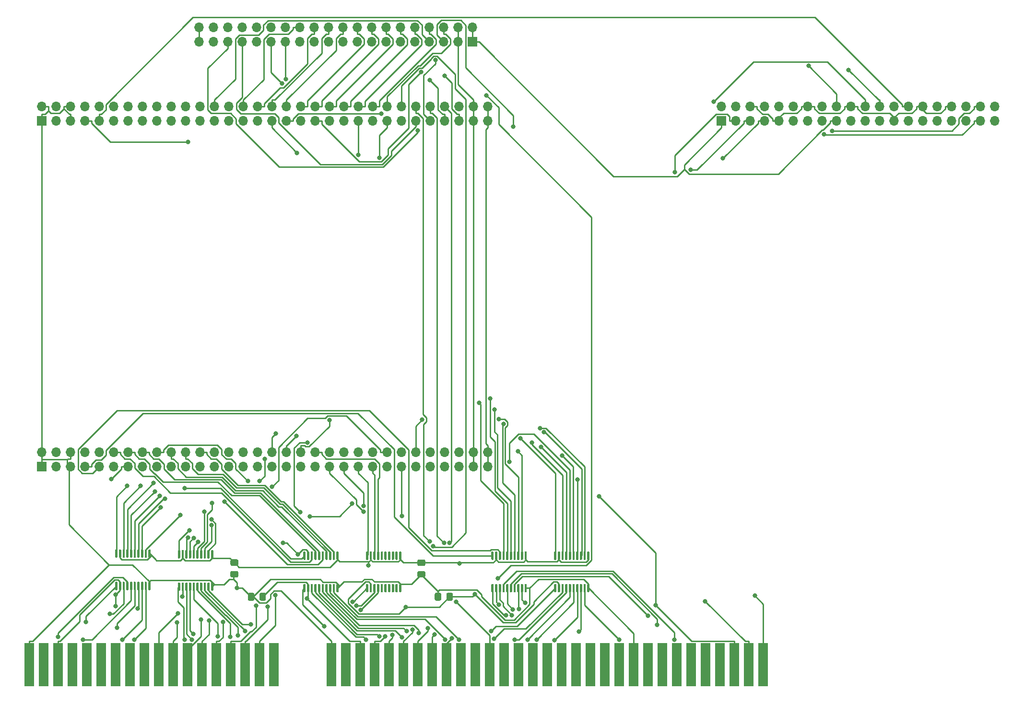
<source format=gbr>
%TF.GenerationSoftware,KiCad,Pcbnew,5.1.6-c6e7f7d~86~ubuntu18.04.1*%
%TF.CreationDate,2021-01-30T18:03:06+08:00*%
%TF.ProjectId,amiga_ocs,616d6967-615f-46f6-9373-2e6b69636164,rev?*%
%TF.SameCoordinates,Original*%
%TF.FileFunction,Copper,L2,Bot*%
%TF.FilePolarity,Positive*%
%FSLAX46Y46*%
G04 Gerber Fmt 4.6, Leading zero omitted, Abs format (unit mm)*
G04 Created by KiCad (PCBNEW 5.1.6-c6e7f7d~86~ubuntu18.04.1) date 2021-01-30 18:03:06*
%MOMM*%
%LPD*%
G01*
G04 APERTURE LIST*
%TA.AperFunction,ComponentPad*%
%ADD10O,1.700000X1.700000*%
%TD*%
%TA.AperFunction,ComponentPad*%
%ADD11R,1.700000X1.700000*%
%TD*%
%TA.AperFunction,ConnectorPad*%
%ADD12R,1.780000X7.620000*%
%TD*%
%TA.AperFunction,ViaPad*%
%ADD13C,0.800000*%
%TD*%
%TA.AperFunction,Conductor*%
%ADD14C,0.250000*%
%TD*%
G04 APERTURE END LIST*
D10*
%TO.P,J5,40*%
%TO.N,GPIO21*%
X210260000Y-45460000D03*
%TO.P,J5,39*%
%TO.N,GND*%
X210260000Y-48000000D03*
%TO.P,J5,38*%
%TO.N,GPIO20*%
X207720000Y-45460000D03*
%TO.P,J5,37*%
%TO.N,GPIO26*%
X207720000Y-48000000D03*
%TO.P,J5,36*%
%TO.N,GPIO16*%
X205180000Y-45460000D03*
%TO.P,J5,35*%
%TO.N,GPIO19*%
X205180000Y-48000000D03*
%TO.P,J5,34*%
%TO.N,GND*%
X202640000Y-45460000D03*
%TO.P,J5,33*%
%TO.N,GPIO13*%
X202640000Y-48000000D03*
%TO.P,J5,32*%
%TO.N,GPIO12*%
X200100000Y-45460000D03*
%TO.P,J5,31*%
%TO.N,GPIO6*%
X200100000Y-48000000D03*
%TO.P,J5,30*%
%TO.N,GND*%
X197560000Y-45460000D03*
%TO.P,J5,29*%
%TO.N,GPIO5*%
X197560000Y-48000000D03*
%TO.P,J5,28*%
%TO.N,GPIO1*%
X195020000Y-45460000D03*
%TO.P,J5,27*%
%TO.N,GPIO0*%
X195020000Y-48000000D03*
%TO.P,J5,26*%
%TO.N,GPIO7*%
X192480000Y-45460000D03*
%TO.P,J5,25*%
%TO.N,GND*%
X192480000Y-48000000D03*
%TO.P,J5,24*%
%TO.N,GPIO8*%
X189940000Y-45460000D03*
%TO.P,J5,23*%
%TO.N,GPIO11*%
X189940000Y-48000000D03*
%TO.P,J5,22*%
%TO.N,GPIO25*%
X187400000Y-45460000D03*
%TO.P,J5,21*%
%TO.N,GPIO9*%
X187400000Y-48000000D03*
%TO.P,J5,20*%
%TO.N,GND*%
X184860000Y-45460000D03*
%TO.P,J5,19*%
%TO.N,GPIO10*%
X184860000Y-48000000D03*
%TO.P,J5,18*%
%TO.N,GPIO24*%
X182320000Y-45460000D03*
%TO.P,J5,17*%
%TO.N,+3V3*%
X182320000Y-48000000D03*
%TO.P,J5,16*%
%TO.N,GPIO23*%
X179780000Y-45460000D03*
%TO.P,J5,15*%
%TO.N,GPIO22*%
X179780000Y-48000000D03*
%TO.P,J5,14*%
%TO.N,GND*%
X177240000Y-45460000D03*
%TO.P,J5,13*%
%TO.N,GPIO27*%
X177240000Y-48000000D03*
%TO.P,J5,12*%
%TO.N,GPIO18*%
X174700000Y-45460000D03*
%TO.P,J5,11*%
%TO.N,GPIO17*%
X174700000Y-48000000D03*
%TO.P,J5,10*%
%TO.N,GPIO15*%
X172160000Y-45460000D03*
%TO.P,J5,9*%
%TO.N,GND*%
X172160000Y-48000000D03*
%TO.P,J5,8*%
%TO.N,GPIO14*%
X169620000Y-45460000D03*
%TO.P,J5,7*%
%TO.N,GPIO4*%
X169620000Y-48000000D03*
%TO.P,J5,6*%
%TO.N,GND*%
X167080000Y-45460000D03*
%TO.P,J5,5*%
%TO.N,GPIO3*%
X167080000Y-48000000D03*
%TO.P,J5,4*%
%TO.N,+5V*%
X164540000Y-45460000D03*
%TO.P,J5,3*%
%TO.N,GPIO2*%
X164540000Y-48000000D03*
%TO.P,J5,2*%
%TO.N,+5V*%
X162000000Y-45460000D03*
D11*
%TO.P,J5,1*%
%TO.N,+3V3*%
X162000000Y-48000000D03*
%TD*%
%TO.P,C14,2*%
%TO.N,GND*%
%TA.AperFunction,SMDPad,CuDef*%
G36*
G01*
X75549999Y-127450000D02*
X76450001Y-127450000D01*
G75*
G02*
X76700000Y-127699999I0J-249999D01*
G01*
X76700000Y-128350001D01*
G75*
G02*
X76450001Y-128600000I-249999J0D01*
G01*
X75549999Y-128600000D01*
G75*
G02*
X75300000Y-128350001I0J249999D01*
G01*
X75300000Y-127699999D01*
G75*
G02*
X75549999Y-127450000I249999J0D01*
G01*
G37*
%TD.AperFunction*%
%TO.P,C14,1*%
%TO.N,+3V3*%
%TA.AperFunction,SMDPad,CuDef*%
G36*
G01*
X75549999Y-125400000D02*
X76450001Y-125400000D01*
G75*
G02*
X76700000Y-125649999I0J-249999D01*
G01*
X76700000Y-126300001D01*
G75*
G02*
X76450001Y-126550000I-249999J0D01*
G01*
X75549999Y-126550000D01*
G75*
G02*
X75300000Y-126300001I0J249999D01*
G01*
X75300000Y-125649999D01*
G75*
G02*
X75549999Y-125400000I249999J0D01*
G01*
G37*
%TD.AperFunction*%
%TD*%
%TO.P,C13,2*%
%TO.N,GND*%
%TA.AperFunction,SMDPad,CuDef*%
G36*
G01*
X108549999Y-127475000D02*
X109450001Y-127475000D01*
G75*
G02*
X109700000Y-127724999I0J-249999D01*
G01*
X109700000Y-128375001D01*
G75*
G02*
X109450001Y-128625000I-249999J0D01*
G01*
X108549999Y-128625000D01*
G75*
G02*
X108300000Y-128375001I0J249999D01*
G01*
X108300000Y-127724999D01*
G75*
G02*
X108549999Y-127475000I249999J0D01*
G01*
G37*
%TD.AperFunction*%
%TO.P,C13,1*%
%TO.N,+3V3*%
%TA.AperFunction,SMDPad,CuDef*%
G36*
G01*
X108549999Y-125425000D02*
X109450001Y-125425000D01*
G75*
G02*
X109700000Y-125674999I0J-249999D01*
G01*
X109700000Y-126325001D01*
G75*
G02*
X109450001Y-126575000I-249999J0D01*
G01*
X108549999Y-126575000D01*
G75*
G02*
X108300000Y-126325001I0J249999D01*
G01*
X108300000Y-125674999D01*
G75*
G02*
X108549999Y-125425000I249999J0D01*
G01*
G37*
%TD.AperFunction*%
%TD*%
%TO.P,C5,2*%
%TO.N,GND*%
%TA.AperFunction,SMDPad,CuDef*%
G36*
G01*
X112525000Y-131549999D02*
X112525000Y-132450001D01*
G75*
G02*
X112275001Y-132700000I-249999J0D01*
G01*
X111624999Y-132700000D01*
G75*
G02*
X111375000Y-132450001I0J249999D01*
G01*
X111375000Y-131549999D01*
G75*
G02*
X111624999Y-131300000I249999J0D01*
G01*
X112275001Y-131300000D01*
G75*
G02*
X112525000Y-131549999I0J-249999D01*
G01*
G37*
%TD.AperFunction*%
%TO.P,C5,1*%
%TO.N,+5V*%
%TA.AperFunction,SMDPad,CuDef*%
G36*
G01*
X114575000Y-131549999D02*
X114575000Y-132450001D01*
G75*
G02*
X114325001Y-132700000I-249999J0D01*
G01*
X113674999Y-132700000D01*
G75*
G02*
X113425000Y-132450001I0J249999D01*
G01*
X113425000Y-131549999D01*
G75*
G02*
X113674999Y-131300000I249999J0D01*
G01*
X114325001Y-131300000D01*
G75*
G02*
X114575000Y-131549999I0J-249999D01*
G01*
G37*
%TD.AperFunction*%
%TD*%
%TO.P,C4,2*%
%TO.N,GND*%
%TA.AperFunction,SMDPad,CuDef*%
G36*
G01*
X79525000Y-131549999D02*
X79525000Y-132450001D01*
G75*
G02*
X79275001Y-132700000I-249999J0D01*
G01*
X78624999Y-132700000D01*
G75*
G02*
X78375000Y-132450001I0J249999D01*
G01*
X78375000Y-131549999D01*
G75*
G02*
X78624999Y-131300000I249999J0D01*
G01*
X79275001Y-131300000D01*
G75*
G02*
X79525000Y-131549999I0J-249999D01*
G01*
G37*
%TD.AperFunction*%
%TO.P,C4,1*%
%TO.N,+5V*%
%TA.AperFunction,SMDPad,CuDef*%
G36*
G01*
X81575000Y-131549999D02*
X81575000Y-132450001D01*
G75*
G02*
X81325001Y-132700000I-249999J0D01*
G01*
X80674999Y-132700000D01*
G75*
G02*
X80425000Y-132450001I0J249999D01*
G01*
X80425000Y-131549999D01*
G75*
G02*
X80674999Y-131300000I249999J0D01*
G01*
X81325001Y-131300000D01*
G75*
G02*
X81575000Y-131549999I0J-249999D01*
G01*
G37*
%TD.AperFunction*%
%TD*%
D12*
%TO.P,J1,80*%
%TO.N,GND*%
X39824000Y-144000000D03*
%TO.P,J1,79*%
%TO.N,Net-(J1-Pad79)*%
X42364000Y-144000000D03*
%TO.P,J1,78*%
%TO.N,+5V*%
X44904000Y-144000000D03*
%TO.P,J1,77*%
%TO.N,Net-(J1-Pad77)*%
X47444000Y-144000000D03*
%TO.P,J1,76*%
%TO.N,Net-(J1-Pad76)*%
X49984000Y-144000000D03*
%TO.P,J1,75*%
%TO.N,Net-(J1-Pad75)*%
X52524000Y-144000000D03*
%TO.P,J1,74*%
%TO.N,Net-(J1-Pad74)*%
X55064000Y-144000000D03*
%TO.P,J1,73*%
%TO.N,Net-(J1-Pad73)*%
X57604000Y-144000000D03*
%TO.P,J1,72*%
%TO.N,Net-(J1-Pad72)*%
X60144000Y-144000000D03*
%TO.P,J1,71*%
%TO.N,WIRE1_8*%
X62684000Y-144000000D03*
%TO.P,J1,70*%
%TO.N,WIRE1_7*%
X65224000Y-144000000D03*
%TO.P,J1,69*%
%TO.N,WIRE1_6*%
X67764000Y-144000000D03*
%TO.P,J1,68*%
%TO.N,WIRE1_5*%
X70304000Y-144000000D03*
%TO.P,J1,67*%
%TO.N,WIRE1_4*%
X72844000Y-144000000D03*
%TO.P,J1,66*%
%TO.N,WIRE1_3*%
X75384000Y-144000000D03*
%TO.P,J1,65*%
%TO.N,WIRE1_2*%
X77924000Y-144000000D03*
%TO.P,J1,64*%
%TO.N,WIRE1_1*%
X80464000Y-144000000D03*
%TO.P,J1,63*%
%TO.N,Net-(J1-Pad63)*%
X83004000Y-144000000D03*
%TO.P,J1,31*%
%TO.N,GND*%
X93164000Y-144000000D03*
%TO.P,J1,30*%
%TO.N,Net-(J1-Pad30)*%
X95704000Y-144000000D03*
%TO.P,J1,29*%
%TO.N,+5V*%
X98244000Y-144000000D03*
%TO.P,J1,28*%
%TO.N,WIRE2_8*%
X100784000Y-144000000D03*
%TO.P,J1,27*%
%TO.N,WIRE2_7*%
X103324000Y-144000000D03*
%TO.P,J1,26*%
%TO.N,WIRE2_6*%
X105864000Y-144000000D03*
%TO.P,J1,25*%
%TO.N,WIRE2_5*%
X108404000Y-144000000D03*
%TO.P,J1,24*%
%TO.N,WIRE2_4*%
X110944000Y-144000000D03*
%TO.P,J1,23*%
%TO.N,WIRE2_3*%
X113484000Y-144000000D03*
%TO.P,J1,22*%
%TO.N,Net-(J1-Pad22)*%
X116024000Y-144000000D03*
%TO.P,J1,21*%
%TO.N,Net-(J1-Pad21)*%
X118564000Y-144000000D03*
%TO.P,J1,20*%
%TO.N,WIRE2_2*%
X121104000Y-144000000D03*
%TO.P,J1,19*%
%TO.N,Net-(J1-Pad19)*%
X123644000Y-144000000D03*
%TO.P,J1,18*%
%TO.N,Net-(J1-Pad18)*%
X126184000Y-144000000D03*
%TO.P,J1,17*%
%TO.N,Net-(J1-Pad17)*%
X128724000Y-144000000D03*
%TO.P,J1,16*%
%TO.N,Net-(J1-Pad16)*%
X131264000Y-144000000D03*
%TO.P,J1,15*%
%TO.N,Net-(J1-Pad15)*%
X133804000Y-144000000D03*
%TO.P,J1,14*%
%TO.N,Net-(J1-Pad14)*%
X136344000Y-144000000D03*
%TO.P,J1,13*%
%TO.N,Net-(J1-Pad13)*%
X138884000Y-144000000D03*
%TO.P,J1,12*%
%TO.N,Net-(J1-Pad12)*%
X141424000Y-144000000D03*
%TO.P,J1,11*%
%TO.N,Net-(J1-Pad11)*%
X143964000Y-144000000D03*
%TO.P,J1,10*%
%TO.N,GND*%
X146504000Y-144000000D03*
%TO.P,J1,9*%
%TO.N,Net-(J1-Pad9)*%
X149044000Y-144000000D03*
%TO.P,J1,8*%
%TO.N,Net-(J1-Pad8)*%
X151584000Y-144000000D03*
%TO.P,J1,7*%
%TO.N,Net-(J1-Pad7)*%
X154124000Y-144000000D03*
%TO.P,J1,6*%
%TO.N,Net-(J1-Pad6)*%
X156664000Y-144000000D03*
%TO.P,J1,5*%
%TO.N,Net-(J1-Pad5)*%
X159204000Y-144000000D03*
%TO.P,J1,4*%
%TO.N,Net-(J1-Pad4)*%
X161744000Y-144000000D03*
%TO.P,J1,3*%
%TO.N,+5V*%
X164284000Y-144000000D03*
%TO.P,J1,2*%
%TO.N,WIRE2_1*%
X166824000Y-144000000D03*
%TO.P,J1,1*%
%TO.N,GND*%
X169364000Y-144000000D03*
%TD*%
D10*
%TO.P,J2,64*%
%TO.N,+5V*%
X120740000Y-106460000D03*
%TO.P,J2,63*%
X120740000Y-109000000D03*
%TO.P,J2,62*%
%TO.N,GND*%
X118200000Y-106460000D03*
%TO.P,J2,61*%
X118200000Y-109000000D03*
%TO.P,J2,60*%
%TO.N,IPL2*%
X115660000Y-106460000D03*
%TO.P,J2,59*%
%TO.N,BERR*%
X115660000Y-109000000D03*
%TO.P,J2,58*%
%TO.N,IPL1*%
X113120000Y-106460000D03*
%TO.P,J2,57*%
%TO.N,VPA*%
X113120000Y-109000000D03*
%TO.P,J2,56*%
%TO.N,IPL0*%
X110580000Y-106460000D03*
%TO.P,J2,55*%
%TO.N,E*%
X110580000Y-109000000D03*
%TO.P,J2,54*%
%TO.N,AS*%
X108040000Y-106460000D03*
%TO.P,J2,53*%
%TO.N,VMA*%
X108040000Y-109000000D03*
%TO.P,J2,52*%
%TO.N,A23*%
X105500000Y-106460000D03*
%TO.P,J2,51*%
%TO.N,BGACK*%
X105500000Y-109000000D03*
%TO.P,J2,50*%
%TO.N,A22*%
X102960000Y-106460000D03*
%TO.P,J2,49*%
%TO.N,DTACK*%
X102960000Y-109000000D03*
%TO.P,J2,48*%
%TO.N,A21*%
X100420000Y-106460000D03*
%TO.P,J2,47*%
%TO.N,UDS*%
X100420000Y-109000000D03*
%TO.P,J2,46*%
%TO.N,A20*%
X97880000Y-106460000D03*
%TO.P,J2,45*%
%TO.N,LDS*%
X97880000Y-109000000D03*
%TO.P,J2,44*%
%TO.N,A19*%
X95340000Y-106460000D03*
%TO.P,J2,43*%
%TO.N,RST*%
X95340000Y-109000000D03*
%TO.P,J2,42*%
%TO.N,A18*%
X92800000Y-106460000D03*
%TO.P,J2,41*%
%TO.N,CPU_CLK*%
X92800000Y-109000000D03*
%TO.P,J2,40*%
%TO.N,A17*%
X90260000Y-106460000D03*
%TO.P,J2,39*%
%TO.N,RW*%
X90260000Y-109000000D03*
%TO.P,J2,38*%
%TO.N,A16*%
X87720000Y-106460000D03*
%TO.P,J2,37*%
%TO.N,D15*%
X87720000Y-109000000D03*
%TO.P,J2,36*%
%TO.N,A15*%
X85180000Y-106460000D03*
%TO.P,J2,35*%
%TO.N,D14*%
X85180000Y-109000000D03*
%TO.P,J2,34*%
%TO.N,A14*%
X82640000Y-106460000D03*
%TO.P,J2,33*%
%TO.N,D13*%
X82640000Y-109000000D03*
%TO.P,J2,32*%
%TO.N,A13*%
X80100000Y-106460000D03*
%TO.P,J2,31*%
%TO.N,D12*%
X80100000Y-109000000D03*
%TO.P,J2,30*%
%TO.N,A12*%
X77560000Y-106460000D03*
%TO.P,J2,29*%
%TO.N,D11*%
X77560000Y-109000000D03*
%TO.P,J2,28*%
%TO.N,A11*%
X75020000Y-106460000D03*
%TO.P,J2,27*%
%TO.N,D10*%
X75020000Y-109000000D03*
%TO.P,J2,26*%
%TO.N,A10*%
X72480000Y-106460000D03*
%TO.P,J2,25*%
%TO.N,D9*%
X72480000Y-109000000D03*
%TO.P,J2,24*%
%TO.N,A9*%
X69940000Y-106460000D03*
%TO.P,J2,23*%
%TO.N,D8*%
X69940000Y-109000000D03*
%TO.P,J2,22*%
%TO.N,A8*%
X67400000Y-106460000D03*
%TO.P,J2,21*%
%TO.N,D7*%
X67400000Y-109000000D03*
%TO.P,J2,20*%
%TO.N,A7*%
X64860000Y-106460000D03*
%TO.P,J2,19*%
%TO.N,D6*%
X64860000Y-109000000D03*
%TO.P,J2,18*%
%TO.N,A6*%
X62320000Y-106460000D03*
%TO.P,J2,17*%
%TO.N,D5*%
X62320000Y-109000000D03*
%TO.P,J2,16*%
%TO.N,A5*%
X59780000Y-106460000D03*
%TO.P,J2,15*%
%TO.N,D4*%
X59780000Y-109000000D03*
%TO.P,J2,14*%
%TO.N,A4*%
X57240000Y-106460000D03*
%TO.P,J2,13*%
%TO.N,D3*%
X57240000Y-109000000D03*
%TO.P,J2,12*%
%TO.N,A3*%
X54700000Y-106460000D03*
%TO.P,J2,11*%
%TO.N,D2*%
X54700000Y-109000000D03*
%TO.P,J2,10*%
%TO.N,A2*%
X52160000Y-106460000D03*
%TO.P,J2,9*%
%TO.N,D1*%
X52160000Y-109000000D03*
%TO.P,J2,8*%
%TO.N,A1*%
X49620000Y-106460000D03*
%TO.P,J2,7*%
%TO.N,D0*%
X49620000Y-109000000D03*
%TO.P,J2,6*%
%TO.N,GND*%
X47080000Y-106460000D03*
%TO.P,J2,5*%
X47080000Y-109000000D03*
%TO.P,J2,4*%
%TO.N,+3V3*%
X44540000Y-106460000D03*
%TO.P,J2,3*%
X44540000Y-109000000D03*
%TO.P,J2,2*%
%TO.N,GND*%
X42000000Y-106460000D03*
D11*
%TO.P,J2,1*%
X42000000Y-109000000D03*
%TD*%
D10*
%TO.P,J3,64*%
%TO.N,+5V*%
X120740000Y-45460000D03*
%TO.P,J3,63*%
X120740000Y-48000000D03*
%TO.P,J3,62*%
%TO.N,GND*%
X118200000Y-45460000D03*
%TO.P,J3,61*%
X118200000Y-48000000D03*
%TO.P,J3,60*%
%TO.N,FC2*%
X115660000Y-45460000D03*
%TO.P,J3,59*%
%TO.N,GPIO22*%
X115660000Y-48000000D03*
%TO.P,J3,58*%
%TO.N,FC1*%
X113120000Y-45460000D03*
%TO.P,J3,57*%
%TO.N,GPIO23*%
X113120000Y-48000000D03*
%TO.P,J3,56*%
%TO.N,FC0*%
X110580000Y-45460000D03*
%TO.P,J3,55*%
%TO.N,GPIO24*%
X110580000Y-48000000D03*
%TO.P,J3,54*%
%TO.N,BG*%
X108040000Y-45460000D03*
%TO.P,J3,53*%
%TO.N,GPIO25*%
X108040000Y-48000000D03*
%TO.P,J3,52*%
%TO.N,BR*%
X105500000Y-45460000D03*
%TO.P,J3,51*%
%TO.N,GPIO26*%
X105500000Y-48000000D03*
%TO.P,J3,50*%
%TO.N,GPIO48*%
X102960000Y-45460000D03*
%TO.P,J3,49*%
%TO.N,GPIO21*%
X102960000Y-48000000D03*
%TO.P,J3,48*%
%TO.N,GPIO47*%
X100420000Y-45460000D03*
%TO.P,J3,47*%
%TO.N,GPIO20*%
X100420000Y-48000000D03*
%TO.P,J3,46*%
%TO.N,GPIO46*%
X97880000Y-45460000D03*
%TO.P,J3,45*%
%TO.N,GPIO19*%
X97880000Y-48000000D03*
%TO.P,J3,44*%
%TO.N,GPIO45*%
X95340000Y-45460000D03*
%TO.P,J3,43*%
%TO.N,GPIO18*%
X95340000Y-48000000D03*
%TO.P,J3,42*%
%TO.N,GPIO44*%
X92800000Y-45460000D03*
%TO.P,J3,41*%
%TO.N,GPIO17*%
X92800000Y-48000000D03*
%TO.P,J3,40*%
%TO.N,GPIO43*%
X90260000Y-45460000D03*
%TO.P,J3,39*%
%TO.N,GPIO16*%
X90260000Y-48000000D03*
%TO.P,J3,38*%
%TO.N,GPIO42*%
X87720000Y-45460000D03*
%TO.P,J3,37*%
%TO.N,GPIO15*%
X87720000Y-48000000D03*
%TO.P,J3,36*%
%TO.N,GPIO41*%
X85180000Y-45460000D03*
%TO.P,J3,35*%
%TO.N,GPIO14*%
X85180000Y-48000000D03*
%TO.P,J3,34*%
%TO.N,GPIO40*%
X82640000Y-45460000D03*
%TO.P,J3,33*%
%TO.N,GPIO13*%
X82640000Y-48000000D03*
%TO.P,J3,32*%
%TO.N,GPIO39*%
X80100000Y-45460000D03*
%TO.P,J3,31*%
%TO.N,GPIO12*%
X80100000Y-48000000D03*
%TO.P,J3,30*%
%TO.N,GPIO38*%
X77560000Y-45460000D03*
%TO.P,J3,29*%
%TO.N,GPIO11*%
X77560000Y-48000000D03*
%TO.P,J3,28*%
%TO.N,GPIO27*%
X75020000Y-45460000D03*
%TO.P,J3,27*%
%TO.N,GPIO10*%
X75020000Y-48000000D03*
%TO.P,J3,26*%
%TO.N,GPIO28*%
X72480000Y-45460000D03*
%TO.P,J3,25*%
%TO.N,GPIO9*%
X72480000Y-48000000D03*
%TO.P,J3,24*%
%TO.N,GPIO29*%
X69940000Y-45460000D03*
%TO.P,J3,23*%
%TO.N,GPIO8*%
X69940000Y-48000000D03*
%TO.P,J3,22*%
%TO.N,GPIO30*%
X67400000Y-45460000D03*
%TO.P,J3,21*%
%TO.N,GPIO7*%
X67400000Y-48000000D03*
%TO.P,J3,20*%
%TO.N,GPIO31*%
X64860000Y-45460000D03*
%TO.P,J3,19*%
%TO.N,GPIO6*%
X64860000Y-48000000D03*
%TO.P,J3,18*%
%TO.N,GPIO32*%
X62320000Y-45460000D03*
%TO.P,J3,17*%
%TO.N,GPIO5*%
X62320000Y-48000000D03*
%TO.P,J3,16*%
%TO.N,GPIO33*%
X59780000Y-45460000D03*
%TO.P,J3,15*%
%TO.N,GPIO4*%
X59780000Y-48000000D03*
%TO.P,J3,14*%
%TO.N,GPIO34*%
X57240000Y-45460000D03*
%TO.P,J3,13*%
%TO.N,GPIO3*%
X57240000Y-48000000D03*
%TO.P,J3,12*%
%TO.N,GPIO35*%
X54700000Y-45460000D03*
%TO.P,J3,11*%
%TO.N,GPIO2*%
X54700000Y-48000000D03*
%TO.P,J3,10*%
%TO.N,GPIO36*%
X52160000Y-45460000D03*
%TO.P,J3,9*%
%TO.N,GPIO1*%
X52160000Y-48000000D03*
%TO.P,J3,8*%
%TO.N,GPIO37*%
X49620000Y-45460000D03*
%TO.P,J3,7*%
%TO.N,GPIO0*%
X49620000Y-48000000D03*
%TO.P,J3,6*%
%TO.N,GND*%
X47080000Y-45460000D03*
%TO.P,J3,5*%
X47080000Y-48000000D03*
%TO.P,J3,4*%
%TO.N,+3V3*%
X44540000Y-45460000D03*
%TO.P,J3,3*%
X44540000Y-48000000D03*
%TO.P,J3,2*%
%TO.N,GND*%
X42000000Y-45460000D03*
D11*
%TO.P,J3,1*%
X42000000Y-48000000D03*
%TD*%
D10*
%TO.P,J4,40*%
%TO.N,GND*%
X69740000Y-31460000D03*
%TO.P,J4,39*%
X69740000Y-34000000D03*
%TO.P,J4,38*%
%TO.N,+3V3*%
X72280000Y-31460000D03*
%TO.P,J4,37*%
X72280000Y-34000000D03*
%TO.P,J4,36*%
%TO.N,Net-(J4-Pad36)*%
X74820000Y-31460000D03*
%TO.P,J4,35*%
%TO.N,GPIO26*%
X74820000Y-34000000D03*
%TO.P,J4,34*%
%TO.N,Net-(J4-Pad34)*%
X77360000Y-31460000D03*
%TO.P,J4,33*%
%TO.N,GPIO25*%
X77360000Y-34000000D03*
%TO.P,J4,32*%
%TO.N,Net-(J4-Pad32)*%
X79900000Y-31460000D03*
%TO.P,J4,31*%
%TO.N,GPIO24*%
X79900000Y-34000000D03*
%TO.P,J4,30*%
%TO.N,Net-(J4-Pad30)*%
X82440000Y-31460000D03*
%TO.P,J4,29*%
%TO.N,GPIO23*%
X82440000Y-34000000D03*
%TO.P,J4,28*%
%TO.N,Net-(J4-Pad28)*%
X84980000Y-31460000D03*
%TO.P,J4,27*%
%TO.N,GPIO22*%
X84980000Y-34000000D03*
%TO.P,J4,26*%
%TO.N,GPIO38*%
X87520000Y-31460000D03*
%TO.P,J4,25*%
%TO.N,GPIO37*%
X87520000Y-34000000D03*
%TO.P,J4,24*%
%TO.N,GPIO39*%
X90060000Y-31460000D03*
%TO.P,J4,23*%
%TO.N,GPIO36*%
X90060000Y-34000000D03*
%TO.P,J4,22*%
%TO.N,GPIO40*%
X92600000Y-31460000D03*
%TO.P,J4,21*%
%TO.N,GPIO35*%
X92600000Y-34000000D03*
%TO.P,J4,20*%
%TO.N,GPIO41*%
X95140000Y-31460000D03*
%TO.P,J4,19*%
%TO.N,GPIO34*%
X95140000Y-34000000D03*
%TO.P,J4,18*%
%TO.N,GPIO42*%
X97680000Y-31460000D03*
%TO.P,J4,17*%
%TO.N,GPIO33*%
X97680000Y-34000000D03*
%TO.P,J4,16*%
%TO.N,GPIO43*%
X100220000Y-31460000D03*
%TO.P,J4,15*%
%TO.N,GPIO32*%
X100220000Y-34000000D03*
%TO.P,J4,14*%
%TO.N,GPIO44*%
X102760000Y-31460000D03*
%TO.P,J4,13*%
%TO.N,GPIO31*%
X102760000Y-34000000D03*
%TO.P,J4,12*%
%TO.N,GPIO45*%
X105300000Y-31460000D03*
%TO.P,J4,11*%
%TO.N,GPIO30*%
X105300000Y-34000000D03*
%TO.P,J4,10*%
%TO.N,GPIO46*%
X107840000Y-31460000D03*
%TO.P,J4,9*%
%TO.N,GPIO29*%
X107840000Y-34000000D03*
%TO.P,J4,8*%
%TO.N,GPIO47*%
X110380000Y-31460000D03*
%TO.P,J4,7*%
%TO.N,GPIO28*%
X110380000Y-34000000D03*
%TO.P,J4,6*%
%TO.N,GPIO48*%
X112920000Y-31460000D03*
%TO.P,J4,5*%
%TO.N,GPIO27*%
X112920000Y-34000000D03*
%TO.P,J4,4*%
%TO.N,GND*%
X115460000Y-31460000D03*
%TO.P,J4,3*%
X115460000Y-34000000D03*
%TO.P,J4,2*%
%TO.N,+3V3*%
X118000000Y-31460000D03*
D11*
%TO.P,J4,1*%
X118000000Y-34000000D03*
%TD*%
%TO.P,U3,20*%
%TO.N,WIRE3_8*%
%TA.AperFunction,SMDPad,CuDef*%
G36*
G01*
X121468000Y-129743000D02*
X121668000Y-129743000D01*
G75*
G02*
X121768000Y-129843000I0J-100000D01*
G01*
X121768000Y-131118000D01*
G75*
G02*
X121668000Y-131218000I-100000J0D01*
G01*
X121468000Y-131218000D01*
G75*
G02*
X121368000Y-131118000I0J100000D01*
G01*
X121368000Y-129843000D01*
G75*
G02*
X121468000Y-129743000I100000J0D01*
G01*
G37*
%TD.AperFunction*%
%TO.P,U3,19*%
%TO.N,+5V*%
%TA.AperFunction,SMDPad,CuDef*%
G36*
G01*
X122118000Y-129743000D02*
X122318000Y-129743000D01*
G75*
G02*
X122418000Y-129843000I0J-100000D01*
G01*
X122418000Y-131118000D01*
G75*
G02*
X122318000Y-131218000I-100000J0D01*
G01*
X122118000Y-131218000D01*
G75*
G02*
X122018000Y-131118000I0J100000D01*
G01*
X122018000Y-129843000D01*
G75*
G02*
X122118000Y-129743000I100000J0D01*
G01*
G37*
%TD.AperFunction*%
%TO.P,U3,18*%
%TO.N,WIRE3_7*%
%TA.AperFunction,SMDPad,CuDef*%
G36*
G01*
X122768000Y-129743000D02*
X122968000Y-129743000D01*
G75*
G02*
X123068000Y-129843000I0J-100000D01*
G01*
X123068000Y-131118000D01*
G75*
G02*
X122968000Y-131218000I-100000J0D01*
G01*
X122768000Y-131218000D01*
G75*
G02*
X122668000Y-131118000I0J100000D01*
G01*
X122668000Y-129843000D01*
G75*
G02*
X122768000Y-129743000I100000J0D01*
G01*
G37*
%TD.AperFunction*%
%TO.P,U3,17*%
%TO.N,WIRE3_6*%
%TA.AperFunction,SMDPad,CuDef*%
G36*
G01*
X123418000Y-129743000D02*
X123618000Y-129743000D01*
G75*
G02*
X123718000Y-129843000I0J-100000D01*
G01*
X123718000Y-131118000D01*
G75*
G02*
X123618000Y-131218000I-100000J0D01*
G01*
X123418000Y-131218000D01*
G75*
G02*
X123318000Y-131118000I0J100000D01*
G01*
X123318000Y-129843000D01*
G75*
G02*
X123418000Y-129743000I100000J0D01*
G01*
G37*
%TD.AperFunction*%
%TO.P,U3,16*%
%TO.N,WIRE3_5*%
%TA.AperFunction,SMDPad,CuDef*%
G36*
G01*
X124068000Y-129743000D02*
X124268000Y-129743000D01*
G75*
G02*
X124368000Y-129843000I0J-100000D01*
G01*
X124368000Y-131118000D01*
G75*
G02*
X124268000Y-131218000I-100000J0D01*
G01*
X124068000Y-131218000D01*
G75*
G02*
X123968000Y-131118000I0J100000D01*
G01*
X123968000Y-129843000D01*
G75*
G02*
X124068000Y-129743000I100000J0D01*
G01*
G37*
%TD.AperFunction*%
%TO.P,U3,15*%
%TO.N,WIRE3_4*%
%TA.AperFunction,SMDPad,CuDef*%
G36*
G01*
X124718000Y-129743000D02*
X124918000Y-129743000D01*
G75*
G02*
X125018000Y-129843000I0J-100000D01*
G01*
X125018000Y-131118000D01*
G75*
G02*
X124918000Y-131218000I-100000J0D01*
G01*
X124718000Y-131218000D01*
G75*
G02*
X124618000Y-131118000I0J100000D01*
G01*
X124618000Y-129843000D01*
G75*
G02*
X124718000Y-129743000I100000J0D01*
G01*
G37*
%TD.AperFunction*%
%TO.P,U3,14*%
%TO.N,WIRE3_3*%
%TA.AperFunction,SMDPad,CuDef*%
G36*
G01*
X125368000Y-129743000D02*
X125568000Y-129743000D01*
G75*
G02*
X125668000Y-129843000I0J-100000D01*
G01*
X125668000Y-131118000D01*
G75*
G02*
X125568000Y-131218000I-100000J0D01*
G01*
X125368000Y-131218000D01*
G75*
G02*
X125268000Y-131118000I0J100000D01*
G01*
X125268000Y-129843000D01*
G75*
G02*
X125368000Y-129743000I100000J0D01*
G01*
G37*
%TD.AperFunction*%
%TO.P,U3,13*%
%TO.N,WIRE3_2*%
%TA.AperFunction,SMDPad,CuDef*%
G36*
G01*
X126018000Y-129743000D02*
X126218000Y-129743000D01*
G75*
G02*
X126318000Y-129843000I0J-100000D01*
G01*
X126318000Y-131118000D01*
G75*
G02*
X126218000Y-131218000I-100000J0D01*
G01*
X126018000Y-131218000D01*
G75*
G02*
X125918000Y-131118000I0J100000D01*
G01*
X125918000Y-129843000D01*
G75*
G02*
X126018000Y-129743000I100000J0D01*
G01*
G37*
%TD.AperFunction*%
%TO.P,U3,12*%
%TO.N,WIRE3_1*%
%TA.AperFunction,SMDPad,CuDef*%
G36*
G01*
X126668000Y-129743000D02*
X126868000Y-129743000D01*
G75*
G02*
X126968000Y-129843000I0J-100000D01*
G01*
X126968000Y-131118000D01*
G75*
G02*
X126868000Y-131218000I-100000J0D01*
G01*
X126668000Y-131218000D01*
G75*
G02*
X126568000Y-131118000I0J100000D01*
G01*
X126568000Y-129843000D01*
G75*
G02*
X126668000Y-129743000I100000J0D01*
G01*
G37*
%TD.AperFunction*%
%TO.P,U3,11*%
%TO.N,GND*%
%TA.AperFunction,SMDPad,CuDef*%
G36*
G01*
X127318000Y-129743000D02*
X127518000Y-129743000D01*
G75*
G02*
X127618000Y-129843000I0J-100000D01*
G01*
X127618000Y-131118000D01*
G75*
G02*
X127518000Y-131218000I-100000J0D01*
G01*
X127318000Y-131218000D01*
G75*
G02*
X127218000Y-131118000I0J100000D01*
G01*
X127218000Y-129843000D01*
G75*
G02*
X127318000Y-129743000I100000J0D01*
G01*
G37*
%TD.AperFunction*%
%TO.P,U3,10*%
%TO.N,+3V3*%
%TA.AperFunction,SMDPad,CuDef*%
G36*
G01*
X127318000Y-124018000D02*
X127518000Y-124018000D01*
G75*
G02*
X127618000Y-124118000I0J-100000D01*
G01*
X127618000Y-125393000D01*
G75*
G02*
X127518000Y-125493000I-100000J0D01*
G01*
X127318000Y-125493000D01*
G75*
G02*
X127218000Y-125393000I0J100000D01*
G01*
X127218000Y-124118000D01*
G75*
G02*
X127318000Y-124018000I100000J0D01*
G01*
G37*
%TD.AperFunction*%
%TO.P,U3,9*%
%TO.N,D7*%
%TA.AperFunction,SMDPad,CuDef*%
G36*
G01*
X126668000Y-124018000D02*
X126868000Y-124018000D01*
G75*
G02*
X126968000Y-124118000I0J-100000D01*
G01*
X126968000Y-125393000D01*
G75*
G02*
X126868000Y-125493000I-100000J0D01*
G01*
X126668000Y-125493000D01*
G75*
G02*
X126568000Y-125393000I0J100000D01*
G01*
X126568000Y-124118000D01*
G75*
G02*
X126668000Y-124018000I100000J0D01*
G01*
G37*
%TD.AperFunction*%
%TO.P,U3,8*%
%TO.N,D6*%
%TA.AperFunction,SMDPad,CuDef*%
G36*
G01*
X126018000Y-124018000D02*
X126218000Y-124018000D01*
G75*
G02*
X126318000Y-124118000I0J-100000D01*
G01*
X126318000Y-125393000D01*
G75*
G02*
X126218000Y-125493000I-100000J0D01*
G01*
X126018000Y-125493000D01*
G75*
G02*
X125918000Y-125393000I0J100000D01*
G01*
X125918000Y-124118000D01*
G75*
G02*
X126018000Y-124018000I100000J0D01*
G01*
G37*
%TD.AperFunction*%
%TO.P,U3,7*%
%TO.N,D5*%
%TA.AperFunction,SMDPad,CuDef*%
G36*
G01*
X125368000Y-124018000D02*
X125568000Y-124018000D01*
G75*
G02*
X125668000Y-124118000I0J-100000D01*
G01*
X125668000Y-125393000D01*
G75*
G02*
X125568000Y-125493000I-100000J0D01*
G01*
X125368000Y-125493000D01*
G75*
G02*
X125268000Y-125393000I0J100000D01*
G01*
X125268000Y-124118000D01*
G75*
G02*
X125368000Y-124018000I100000J0D01*
G01*
G37*
%TD.AperFunction*%
%TO.P,U3,6*%
%TO.N,D4*%
%TA.AperFunction,SMDPad,CuDef*%
G36*
G01*
X124718000Y-124018000D02*
X124918000Y-124018000D01*
G75*
G02*
X125018000Y-124118000I0J-100000D01*
G01*
X125018000Y-125393000D01*
G75*
G02*
X124918000Y-125493000I-100000J0D01*
G01*
X124718000Y-125493000D01*
G75*
G02*
X124618000Y-125393000I0J100000D01*
G01*
X124618000Y-124118000D01*
G75*
G02*
X124718000Y-124018000I100000J0D01*
G01*
G37*
%TD.AperFunction*%
%TO.P,U3,5*%
%TO.N,D3*%
%TA.AperFunction,SMDPad,CuDef*%
G36*
G01*
X124068000Y-124018000D02*
X124268000Y-124018000D01*
G75*
G02*
X124368000Y-124118000I0J-100000D01*
G01*
X124368000Y-125393000D01*
G75*
G02*
X124268000Y-125493000I-100000J0D01*
G01*
X124068000Y-125493000D01*
G75*
G02*
X123968000Y-125393000I0J100000D01*
G01*
X123968000Y-124118000D01*
G75*
G02*
X124068000Y-124018000I100000J0D01*
G01*
G37*
%TD.AperFunction*%
%TO.P,U3,4*%
%TO.N,D2*%
%TA.AperFunction,SMDPad,CuDef*%
G36*
G01*
X123418000Y-124018000D02*
X123618000Y-124018000D01*
G75*
G02*
X123718000Y-124118000I0J-100000D01*
G01*
X123718000Y-125393000D01*
G75*
G02*
X123618000Y-125493000I-100000J0D01*
G01*
X123418000Y-125493000D01*
G75*
G02*
X123318000Y-125393000I0J100000D01*
G01*
X123318000Y-124118000D01*
G75*
G02*
X123418000Y-124018000I100000J0D01*
G01*
G37*
%TD.AperFunction*%
%TO.P,U3,3*%
%TO.N,D1*%
%TA.AperFunction,SMDPad,CuDef*%
G36*
G01*
X122768000Y-124018000D02*
X122968000Y-124018000D01*
G75*
G02*
X123068000Y-124118000I0J-100000D01*
G01*
X123068000Y-125393000D01*
G75*
G02*
X122968000Y-125493000I-100000J0D01*
G01*
X122768000Y-125493000D01*
G75*
G02*
X122668000Y-125393000I0J100000D01*
G01*
X122668000Y-124118000D01*
G75*
G02*
X122768000Y-124018000I100000J0D01*
G01*
G37*
%TD.AperFunction*%
%TO.P,U3,2*%
%TO.N,+3V3*%
%TA.AperFunction,SMDPad,CuDef*%
G36*
G01*
X122118000Y-124018000D02*
X122318000Y-124018000D01*
G75*
G02*
X122418000Y-124118000I0J-100000D01*
G01*
X122418000Y-125393000D01*
G75*
G02*
X122318000Y-125493000I-100000J0D01*
G01*
X122118000Y-125493000D01*
G75*
G02*
X122018000Y-125393000I0J100000D01*
G01*
X122018000Y-124118000D01*
G75*
G02*
X122118000Y-124018000I100000J0D01*
G01*
G37*
%TD.AperFunction*%
%TO.P,U3,1*%
%TO.N,D0*%
%TA.AperFunction,SMDPad,CuDef*%
G36*
G01*
X121468000Y-124018000D02*
X121668000Y-124018000D01*
G75*
G02*
X121768000Y-124118000I0J-100000D01*
G01*
X121768000Y-125393000D01*
G75*
G02*
X121668000Y-125493000I-100000J0D01*
G01*
X121468000Y-125493000D01*
G75*
G02*
X121368000Y-125393000I0J100000D01*
G01*
X121368000Y-124118000D01*
G75*
G02*
X121468000Y-124018000I100000J0D01*
G01*
G37*
%TD.AperFunction*%
%TD*%
%TO.P,U4,20*%
%TO.N,WIRE4_8*%
%TA.AperFunction,SMDPad,CuDef*%
G36*
G01*
X55065000Y-129362000D02*
X55265000Y-129362000D01*
G75*
G02*
X55365000Y-129462000I0J-100000D01*
G01*
X55365000Y-130737000D01*
G75*
G02*
X55265000Y-130837000I-100000J0D01*
G01*
X55065000Y-130837000D01*
G75*
G02*
X54965000Y-130737000I0J100000D01*
G01*
X54965000Y-129462000D01*
G75*
G02*
X55065000Y-129362000I100000J0D01*
G01*
G37*
%TD.AperFunction*%
%TO.P,U4,19*%
%TO.N,+5V*%
%TA.AperFunction,SMDPad,CuDef*%
G36*
G01*
X55715000Y-129362000D02*
X55915000Y-129362000D01*
G75*
G02*
X56015000Y-129462000I0J-100000D01*
G01*
X56015000Y-130737000D01*
G75*
G02*
X55915000Y-130837000I-100000J0D01*
G01*
X55715000Y-130837000D01*
G75*
G02*
X55615000Y-130737000I0J100000D01*
G01*
X55615000Y-129462000D01*
G75*
G02*
X55715000Y-129362000I100000J0D01*
G01*
G37*
%TD.AperFunction*%
%TO.P,U4,18*%
%TO.N,WIRE4_7*%
%TA.AperFunction,SMDPad,CuDef*%
G36*
G01*
X56365000Y-129362000D02*
X56565000Y-129362000D01*
G75*
G02*
X56665000Y-129462000I0J-100000D01*
G01*
X56665000Y-130737000D01*
G75*
G02*
X56565000Y-130837000I-100000J0D01*
G01*
X56365000Y-130837000D01*
G75*
G02*
X56265000Y-130737000I0J100000D01*
G01*
X56265000Y-129462000D01*
G75*
G02*
X56365000Y-129362000I100000J0D01*
G01*
G37*
%TD.AperFunction*%
%TO.P,U4,17*%
%TO.N,WIRE4_6*%
%TA.AperFunction,SMDPad,CuDef*%
G36*
G01*
X57015000Y-129362000D02*
X57215000Y-129362000D01*
G75*
G02*
X57315000Y-129462000I0J-100000D01*
G01*
X57315000Y-130737000D01*
G75*
G02*
X57215000Y-130837000I-100000J0D01*
G01*
X57015000Y-130837000D01*
G75*
G02*
X56915000Y-130737000I0J100000D01*
G01*
X56915000Y-129462000D01*
G75*
G02*
X57015000Y-129362000I100000J0D01*
G01*
G37*
%TD.AperFunction*%
%TO.P,U4,16*%
%TO.N,WIRE4_5*%
%TA.AperFunction,SMDPad,CuDef*%
G36*
G01*
X57665000Y-129362000D02*
X57865000Y-129362000D01*
G75*
G02*
X57965000Y-129462000I0J-100000D01*
G01*
X57965000Y-130737000D01*
G75*
G02*
X57865000Y-130837000I-100000J0D01*
G01*
X57665000Y-130837000D01*
G75*
G02*
X57565000Y-130737000I0J100000D01*
G01*
X57565000Y-129462000D01*
G75*
G02*
X57665000Y-129362000I100000J0D01*
G01*
G37*
%TD.AperFunction*%
%TO.P,U4,15*%
%TO.N,WIRE4_4*%
%TA.AperFunction,SMDPad,CuDef*%
G36*
G01*
X58315000Y-129362000D02*
X58515000Y-129362000D01*
G75*
G02*
X58615000Y-129462000I0J-100000D01*
G01*
X58615000Y-130737000D01*
G75*
G02*
X58515000Y-130837000I-100000J0D01*
G01*
X58315000Y-130837000D01*
G75*
G02*
X58215000Y-130737000I0J100000D01*
G01*
X58215000Y-129462000D01*
G75*
G02*
X58315000Y-129362000I100000J0D01*
G01*
G37*
%TD.AperFunction*%
%TO.P,U4,14*%
%TO.N,WIRE4_3*%
%TA.AperFunction,SMDPad,CuDef*%
G36*
G01*
X58965000Y-129362000D02*
X59165000Y-129362000D01*
G75*
G02*
X59265000Y-129462000I0J-100000D01*
G01*
X59265000Y-130737000D01*
G75*
G02*
X59165000Y-130837000I-100000J0D01*
G01*
X58965000Y-130837000D01*
G75*
G02*
X58865000Y-130737000I0J100000D01*
G01*
X58865000Y-129462000D01*
G75*
G02*
X58965000Y-129362000I100000J0D01*
G01*
G37*
%TD.AperFunction*%
%TO.P,U4,13*%
%TO.N,WIRE4_2*%
%TA.AperFunction,SMDPad,CuDef*%
G36*
G01*
X59615000Y-129362000D02*
X59815000Y-129362000D01*
G75*
G02*
X59915000Y-129462000I0J-100000D01*
G01*
X59915000Y-130737000D01*
G75*
G02*
X59815000Y-130837000I-100000J0D01*
G01*
X59615000Y-130837000D01*
G75*
G02*
X59515000Y-130737000I0J100000D01*
G01*
X59515000Y-129462000D01*
G75*
G02*
X59615000Y-129362000I100000J0D01*
G01*
G37*
%TD.AperFunction*%
%TO.P,U4,12*%
%TO.N,WIRE4_1*%
%TA.AperFunction,SMDPad,CuDef*%
G36*
G01*
X60265000Y-129362000D02*
X60465000Y-129362000D01*
G75*
G02*
X60565000Y-129462000I0J-100000D01*
G01*
X60565000Y-130737000D01*
G75*
G02*
X60465000Y-130837000I-100000J0D01*
G01*
X60265000Y-130837000D01*
G75*
G02*
X60165000Y-130737000I0J100000D01*
G01*
X60165000Y-129462000D01*
G75*
G02*
X60265000Y-129362000I100000J0D01*
G01*
G37*
%TD.AperFunction*%
%TO.P,U4,11*%
%TO.N,GND*%
%TA.AperFunction,SMDPad,CuDef*%
G36*
G01*
X60915000Y-129362000D02*
X61115000Y-129362000D01*
G75*
G02*
X61215000Y-129462000I0J-100000D01*
G01*
X61215000Y-130737000D01*
G75*
G02*
X61115000Y-130837000I-100000J0D01*
G01*
X60915000Y-130837000D01*
G75*
G02*
X60815000Y-130737000I0J100000D01*
G01*
X60815000Y-129462000D01*
G75*
G02*
X60915000Y-129362000I100000J0D01*
G01*
G37*
%TD.AperFunction*%
%TO.P,U4,10*%
%TO.N,+3V3*%
%TA.AperFunction,SMDPad,CuDef*%
G36*
G01*
X60915000Y-123637000D02*
X61115000Y-123637000D01*
G75*
G02*
X61215000Y-123737000I0J-100000D01*
G01*
X61215000Y-125012000D01*
G75*
G02*
X61115000Y-125112000I-100000J0D01*
G01*
X60915000Y-125112000D01*
G75*
G02*
X60815000Y-125012000I0J100000D01*
G01*
X60815000Y-123737000D01*
G75*
G02*
X60915000Y-123637000I100000J0D01*
G01*
G37*
%TD.AperFunction*%
%TO.P,U4,9*%
%TO.N,D15*%
%TA.AperFunction,SMDPad,CuDef*%
G36*
G01*
X60265000Y-123637000D02*
X60465000Y-123637000D01*
G75*
G02*
X60565000Y-123737000I0J-100000D01*
G01*
X60565000Y-125012000D01*
G75*
G02*
X60465000Y-125112000I-100000J0D01*
G01*
X60265000Y-125112000D01*
G75*
G02*
X60165000Y-125012000I0J100000D01*
G01*
X60165000Y-123737000D01*
G75*
G02*
X60265000Y-123637000I100000J0D01*
G01*
G37*
%TD.AperFunction*%
%TO.P,U4,8*%
%TO.N,D14*%
%TA.AperFunction,SMDPad,CuDef*%
G36*
G01*
X59615000Y-123637000D02*
X59815000Y-123637000D01*
G75*
G02*
X59915000Y-123737000I0J-100000D01*
G01*
X59915000Y-125012000D01*
G75*
G02*
X59815000Y-125112000I-100000J0D01*
G01*
X59615000Y-125112000D01*
G75*
G02*
X59515000Y-125012000I0J100000D01*
G01*
X59515000Y-123737000D01*
G75*
G02*
X59615000Y-123637000I100000J0D01*
G01*
G37*
%TD.AperFunction*%
%TO.P,U4,7*%
%TO.N,D13*%
%TA.AperFunction,SMDPad,CuDef*%
G36*
G01*
X58965000Y-123637000D02*
X59165000Y-123637000D01*
G75*
G02*
X59265000Y-123737000I0J-100000D01*
G01*
X59265000Y-125012000D01*
G75*
G02*
X59165000Y-125112000I-100000J0D01*
G01*
X58965000Y-125112000D01*
G75*
G02*
X58865000Y-125012000I0J100000D01*
G01*
X58865000Y-123737000D01*
G75*
G02*
X58965000Y-123637000I100000J0D01*
G01*
G37*
%TD.AperFunction*%
%TO.P,U4,6*%
%TO.N,D12*%
%TA.AperFunction,SMDPad,CuDef*%
G36*
G01*
X58315000Y-123637000D02*
X58515000Y-123637000D01*
G75*
G02*
X58615000Y-123737000I0J-100000D01*
G01*
X58615000Y-125012000D01*
G75*
G02*
X58515000Y-125112000I-100000J0D01*
G01*
X58315000Y-125112000D01*
G75*
G02*
X58215000Y-125012000I0J100000D01*
G01*
X58215000Y-123737000D01*
G75*
G02*
X58315000Y-123637000I100000J0D01*
G01*
G37*
%TD.AperFunction*%
%TO.P,U4,5*%
%TO.N,D11*%
%TA.AperFunction,SMDPad,CuDef*%
G36*
G01*
X57665000Y-123637000D02*
X57865000Y-123637000D01*
G75*
G02*
X57965000Y-123737000I0J-100000D01*
G01*
X57965000Y-125012000D01*
G75*
G02*
X57865000Y-125112000I-100000J0D01*
G01*
X57665000Y-125112000D01*
G75*
G02*
X57565000Y-125012000I0J100000D01*
G01*
X57565000Y-123737000D01*
G75*
G02*
X57665000Y-123637000I100000J0D01*
G01*
G37*
%TD.AperFunction*%
%TO.P,U4,4*%
%TO.N,D10*%
%TA.AperFunction,SMDPad,CuDef*%
G36*
G01*
X57015000Y-123637000D02*
X57215000Y-123637000D01*
G75*
G02*
X57315000Y-123737000I0J-100000D01*
G01*
X57315000Y-125012000D01*
G75*
G02*
X57215000Y-125112000I-100000J0D01*
G01*
X57015000Y-125112000D01*
G75*
G02*
X56915000Y-125012000I0J100000D01*
G01*
X56915000Y-123737000D01*
G75*
G02*
X57015000Y-123637000I100000J0D01*
G01*
G37*
%TD.AperFunction*%
%TO.P,U4,3*%
%TO.N,D9*%
%TA.AperFunction,SMDPad,CuDef*%
G36*
G01*
X56365000Y-123637000D02*
X56565000Y-123637000D01*
G75*
G02*
X56665000Y-123737000I0J-100000D01*
G01*
X56665000Y-125012000D01*
G75*
G02*
X56565000Y-125112000I-100000J0D01*
G01*
X56365000Y-125112000D01*
G75*
G02*
X56265000Y-125012000I0J100000D01*
G01*
X56265000Y-123737000D01*
G75*
G02*
X56365000Y-123637000I100000J0D01*
G01*
G37*
%TD.AperFunction*%
%TO.P,U4,2*%
%TO.N,+3V3*%
%TA.AperFunction,SMDPad,CuDef*%
G36*
G01*
X55715000Y-123637000D02*
X55915000Y-123637000D01*
G75*
G02*
X56015000Y-123737000I0J-100000D01*
G01*
X56015000Y-125012000D01*
G75*
G02*
X55915000Y-125112000I-100000J0D01*
G01*
X55715000Y-125112000D01*
G75*
G02*
X55615000Y-125012000I0J100000D01*
G01*
X55615000Y-123737000D01*
G75*
G02*
X55715000Y-123637000I100000J0D01*
G01*
G37*
%TD.AperFunction*%
%TO.P,U4,1*%
%TO.N,D8*%
%TA.AperFunction,SMDPad,CuDef*%
G36*
G01*
X55065000Y-123637000D02*
X55265000Y-123637000D01*
G75*
G02*
X55365000Y-123737000I0J-100000D01*
G01*
X55365000Y-125012000D01*
G75*
G02*
X55265000Y-125112000I-100000J0D01*
G01*
X55065000Y-125112000D01*
G75*
G02*
X54965000Y-125012000I0J100000D01*
G01*
X54965000Y-123737000D01*
G75*
G02*
X55065000Y-123637000I100000J0D01*
G01*
G37*
%TD.AperFunction*%
%TD*%
%TO.P,U5,20*%
%TO.N,WIRE5_8*%
%TA.AperFunction,SMDPad,CuDef*%
G36*
G01*
X88266400Y-129743000D02*
X88466400Y-129743000D01*
G75*
G02*
X88566400Y-129843000I0J-100000D01*
G01*
X88566400Y-131118000D01*
G75*
G02*
X88466400Y-131218000I-100000J0D01*
G01*
X88266400Y-131218000D01*
G75*
G02*
X88166400Y-131118000I0J100000D01*
G01*
X88166400Y-129843000D01*
G75*
G02*
X88266400Y-129743000I100000J0D01*
G01*
G37*
%TD.AperFunction*%
%TO.P,U5,19*%
%TO.N,+5V*%
%TA.AperFunction,SMDPad,CuDef*%
G36*
G01*
X88916400Y-129743000D02*
X89116400Y-129743000D01*
G75*
G02*
X89216400Y-129843000I0J-100000D01*
G01*
X89216400Y-131118000D01*
G75*
G02*
X89116400Y-131218000I-100000J0D01*
G01*
X88916400Y-131218000D01*
G75*
G02*
X88816400Y-131118000I0J100000D01*
G01*
X88816400Y-129843000D01*
G75*
G02*
X88916400Y-129743000I100000J0D01*
G01*
G37*
%TD.AperFunction*%
%TO.P,U5,18*%
%TO.N,WIRE5_7*%
%TA.AperFunction,SMDPad,CuDef*%
G36*
G01*
X89566400Y-129743000D02*
X89766400Y-129743000D01*
G75*
G02*
X89866400Y-129843000I0J-100000D01*
G01*
X89866400Y-131118000D01*
G75*
G02*
X89766400Y-131218000I-100000J0D01*
G01*
X89566400Y-131218000D01*
G75*
G02*
X89466400Y-131118000I0J100000D01*
G01*
X89466400Y-129843000D01*
G75*
G02*
X89566400Y-129743000I100000J0D01*
G01*
G37*
%TD.AperFunction*%
%TO.P,U5,17*%
%TO.N,WIRE5_6*%
%TA.AperFunction,SMDPad,CuDef*%
G36*
G01*
X90216400Y-129743000D02*
X90416400Y-129743000D01*
G75*
G02*
X90516400Y-129843000I0J-100000D01*
G01*
X90516400Y-131118000D01*
G75*
G02*
X90416400Y-131218000I-100000J0D01*
G01*
X90216400Y-131218000D01*
G75*
G02*
X90116400Y-131118000I0J100000D01*
G01*
X90116400Y-129843000D01*
G75*
G02*
X90216400Y-129743000I100000J0D01*
G01*
G37*
%TD.AperFunction*%
%TO.P,U5,16*%
%TO.N,WIRE5_5*%
%TA.AperFunction,SMDPad,CuDef*%
G36*
G01*
X90866400Y-129743000D02*
X91066400Y-129743000D01*
G75*
G02*
X91166400Y-129843000I0J-100000D01*
G01*
X91166400Y-131118000D01*
G75*
G02*
X91066400Y-131218000I-100000J0D01*
G01*
X90866400Y-131218000D01*
G75*
G02*
X90766400Y-131118000I0J100000D01*
G01*
X90766400Y-129843000D01*
G75*
G02*
X90866400Y-129743000I100000J0D01*
G01*
G37*
%TD.AperFunction*%
%TO.P,U5,15*%
%TO.N,WIRE5_4*%
%TA.AperFunction,SMDPad,CuDef*%
G36*
G01*
X91516400Y-129743000D02*
X91716400Y-129743000D01*
G75*
G02*
X91816400Y-129843000I0J-100000D01*
G01*
X91816400Y-131118000D01*
G75*
G02*
X91716400Y-131218000I-100000J0D01*
G01*
X91516400Y-131218000D01*
G75*
G02*
X91416400Y-131118000I0J100000D01*
G01*
X91416400Y-129843000D01*
G75*
G02*
X91516400Y-129743000I100000J0D01*
G01*
G37*
%TD.AperFunction*%
%TO.P,U5,14*%
%TO.N,WIRE5_3*%
%TA.AperFunction,SMDPad,CuDef*%
G36*
G01*
X92166400Y-129743000D02*
X92366400Y-129743000D01*
G75*
G02*
X92466400Y-129843000I0J-100000D01*
G01*
X92466400Y-131118000D01*
G75*
G02*
X92366400Y-131218000I-100000J0D01*
G01*
X92166400Y-131218000D01*
G75*
G02*
X92066400Y-131118000I0J100000D01*
G01*
X92066400Y-129843000D01*
G75*
G02*
X92166400Y-129743000I100000J0D01*
G01*
G37*
%TD.AperFunction*%
%TO.P,U5,13*%
%TO.N,WIRE5_2*%
%TA.AperFunction,SMDPad,CuDef*%
G36*
G01*
X92816400Y-129743000D02*
X93016400Y-129743000D01*
G75*
G02*
X93116400Y-129843000I0J-100000D01*
G01*
X93116400Y-131118000D01*
G75*
G02*
X93016400Y-131218000I-100000J0D01*
G01*
X92816400Y-131218000D01*
G75*
G02*
X92716400Y-131118000I0J100000D01*
G01*
X92716400Y-129843000D01*
G75*
G02*
X92816400Y-129743000I100000J0D01*
G01*
G37*
%TD.AperFunction*%
%TO.P,U5,12*%
%TO.N,WIRE5_1*%
%TA.AperFunction,SMDPad,CuDef*%
G36*
G01*
X93466400Y-129743000D02*
X93666400Y-129743000D01*
G75*
G02*
X93766400Y-129843000I0J-100000D01*
G01*
X93766400Y-131118000D01*
G75*
G02*
X93666400Y-131218000I-100000J0D01*
G01*
X93466400Y-131218000D01*
G75*
G02*
X93366400Y-131118000I0J100000D01*
G01*
X93366400Y-129843000D01*
G75*
G02*
X93466400Y-129743000I100000J0D01*
G01*
G37*
%TD.AperFunction*%
%TO.P,U5,11*%
%TO.N,GND*%
%TA.AperFunction,SMDPad,CuDef*%
G36*
G01*
X94116400Y-129743000D02*
X94316400Y-129743000D01*
G75*
G02*
X94416400Y-129843000I0J-100000D01*
G01*
X94416400Y-131118000D01*
G75*
G02*
X94316400Y-131218000I-100000J0D01*
G01*
X94116400Y-131218000D01*
G75*
G02*
X94016400Y-131118000I0J100000D01*
G01*
X94016400Y-129843000D01*
G75*
G02*
X94116400Y-129743000I100000J0D01*
G01*
G37*
%TD.AperFunction*%
%TO.P,U5,10*%
%TO.N,+3V3*%
%TA.AperFunction,SMDPad,CuDef*%
G36*
G01*
X94116400Y-124018000D02*
X94316400Y-124018000D01*
G75*
G02*
X94416400Y-124118000I0J-100000D01*
G01*
X94416400Y-125393000D01*
G75*
G02*
X94316400Y-125493000I-100000J0D01*
G01*
X94116400Y-125493000D01*
G75*
G02*
X94016400Y-125393000I0J100000D01*
G01*
X94016400Y-124118000D01*
G75*
G02*
X94116400Y-124018000I100000J0D01*
G01*
G37*
%TD.AperFunction*%
%TO.P,U5,9*%
%TO.N,A9*%
%TA.AperFunction,SMDPad,CuDef*%
G36*
G01*
X93466400Y-124018000D02*
X93666400Y-124018000D01*
G75*
G02*
X93766400Y-124118000I0J-100000D01*
G01*
X93766400Y-125393000D01*
G75*
G02*
X93666400Y-125493000I-100000J0D01*
G01*
X93466400Y-125493000D01*
G75*
G02*
X93366400Y-125393000I0J100000D01*
G01*
X93366400Y-124118000D01*
G75*
G02*
X93466400Y-124018000I100000J0D01*
G01*
G37*
%TD.AperFunction*%
%TO.P,U5,8*%
%TO.N,A8*%
%TA.AperFunction,SMDPad,CuDef*%
G36*
G01*
X92816400Y-124018000D02*
X93016400Y-124018000D01*
G75*
G02*
X93116400Y-124118000I0J-100000D01*
G01*
X93116400Y-125393000D01*
G75*
G02*
X93016400Y-125493000I-100000J0D01*
G01*
X92816400Y-125493000D01*
G75*
G02*
X92716400Y-125393000I0J100000D01*
G01*
X92716400Y-124118000D01*
G75*
G02*
X92816400Y-124018000I100000J0D01*
G01*
G37*
%TD.AperFunction*%
%TO.P,U5,7*%
%TO.N,A7*%
%TA.AperFunction,SMDPad,CuDef*%
G36*
G01*
X92166400Y-124018000D02*
X92366400Y-124018000D01*
G75*
G02*
X92466400Y-124118000I0J-100000D01*
G01*
X92466400Y-125393000D01*
G75*
G02*
X92366400Y-125493000I-100000J0D01*
G01*
X92166400Y-125493000D01*
G75*
G02*
X92066400Y-125393000I0J100000D01*
G01*
X92066400Y-124118000D01*
G75*
G02*
X92166400Y-124018000I100000J0D01*
G01*
G37*
%TD.AperFunction*%
%TO.P,U5,6*%
%TO.N,A6*%
%TA.AperFunction,SMDPad,CuDef*%
G36*
G01*
X91516400Y-124018000D02*
X91716400Y-124018000D01*
G75*
G02*
X91816400Y-124118000I0J-100000D01*
G01*
X91816400Y-125393000D01*
G75*
G02*
X91716400Y-125493000I-100000J0D01*
G01*
X91516400Y-125493000D01*
G75*
G02*
X91416400Y-125393000I0J100000D01*
G01*
X91416400Y-124118000D01*
G75*
G02*
X91516400Y-124018000I100000J0D01*
G01*
G37*
%TD.AperFunction*%
%TO.P,U5,5*%
%TO.N,A5*%
%TA.AperFunction,SMDPad,CuDef*%
G36*
G01*
X90866400Y-124018000D02*
X91066400Y-124018000D01*
G75*
G02*
X91166400Y-124118000I0J-100000D01*
G01*
X91166400Y-125393000D01*
G75*
G02*
X91066400Y-125493000I-100000J0D01*
G01*
X90866400Y-125493000D01*
G75*
G02*
X90766400Y-125393000I0J100000D01*
G01*
X90766400Y-124118000D01*
G75*
G02*
X90866400Y-124018000I100000J0D01*
G01*
G37*
%TD.AperFunction*%
%TO.P,U5,4*%
%TO.N,A4*%
%TA.AperFunction,SMDPad,CuDef*%
G36*
G01*
X90216400Y-124018000D02*
X90416400Y-124018000D01*
G75*
G02*
X90516400Y-124118000I0J-100000D01*
G01*
X90516400Y-125393000D01*
G75*
G02*
X90416400Y-125493000I-100000J0D01*
G01*
X90216400Y-125493000D01*
G75*
G02*
X90116400Y-125393000I0J100000D01*
G01*
X90116400Y-124118000D01*
G75*
G02*
X90216400Y-124018000I100000J0D01*
G01*
G37*
%TD.AperFunction*%
%TO.P,U5,3*%
%TO.N,A3*%
%TA.AperFunction,SMDPad,CuDef*%
G36*
G01*
X89566400Y-124018000D02*
X89766400Y-124018000D01*
G75*
G02*
X89866400Y-124118000I0J-100000D01*
G01*
X89866400Y-125393000D01*
G75*
G02*
X89766400Y-125493000I-100000J0D01*
G01*
X89566400Y-125493000D01*
G75*
G02*
X89466400Y-125393000I0J100000D01*
G01*
X89466400Y-124118000D01*
G75*
G02*
X89566400Y-124018000I100000J0D01*
G01*
G37*
%TD.AperFunction*%
%TO.P,U5,2*%
%TO.N,+3V3*%
%TA.AperFunction,SMDPad,CuDef*%
G36*
G01*
X88916400Y-124018000D02*
X89116400Y-124018000D01*
G75*
G02*
X89216400Y-124118000I0J-100000D01*
G01*
X89216400Y-125393000D01*
G75*
G02*
X89116400Y-125493000I-100000J0D01*
G01*
X88916400Y-125493000D01*
G75*
G02*
X88816400Y-125393000I0J100000D01*
G01*
X88816400Y-124118000D01*
G75*
G02*
X88916400Y-124018000I100000J0D01*
G01*
G37*
%TD.AperFunction*%
%TO.P,U5,1*%
%TO.N,A2*%
%TA.AperFunction,SMDPad,CuDef*%
G36*
G01*
X88266400Y-124018000D02*
X88466400Y-124018000D01*
G75*
G02*
X88566400Y-124118000I0J-100000D01*
G01*
X88566400Y-125393000D01*
G75*
G02*
X88466400Y-125493000I-100000J0D01*
G01*
X88266400Y-125493000D01*
G75*
G02*
X88166400Y-125393000I0J100000D01*
G01*
X88166400Y-124118000D01*
G75*
G02*
X88266400Y-124018000I100000J0D01*
G01*
G37*
%TD.AperFunction*%
%TD*%
%TO.P,U6,20*%
%TO.N,WIRE6_3*%
%TA.AperFunction,SMDPad,CuDef*%
G36*
G01*
X99334000Y-129743000D02*
X99534000Y-129743000D01*
G75*
G02*
X99634000Y-129843000I0J-100000D01*
G01*
X99634000Y-131118000D01*
G75*
G02*
X99534000Y-131218000I-100000J0D01*
G01*
X99334000Y-131218000D01*
G75*
G02*
X99234000Y-131118000I0J100000D01*
G01*
X99234000Y-129843000D01*
G75*
G02*
X99334000Y-129743000I100000J0D01*
G01*
G37*
%TD.AperFunction*%
%TO.P,U6,19*%
%TO.N,+5V*%
%TA.AperFunction,SMDPad,CuDef*%
G36*
G01*
X99984000Y-129743000D02*
X100184000Y-129743000D01*
G75*
G02*
X100284000Y-129843000I0J-100000D01*
G01*
X100284000Y-131118000D01*
G75*
G02*
X100184000Y-131218000I-100000J0D01*
G01*
X99984000Y-131218000D01*
G75*
G02*
X99884000Y-131118000I0J100000D01*
G01*
X99884000Y-129843000D01*
G75*
G02*
X99984000Y-129743000I100000J0D01*
G01*
G37*
%TD.AperFunction*%
%TO.P,U6,18*%
%TO.N,WIRE6_2*%
%TA.AperFunction,SMDPad,CuDef*%
G36*
G01*
X100634000Y-129743000D02*
X100834000Y-129743000D01*
G75*
G02*
X100934000Y-129843000I0J-100000D01*
G01*
X100934000Y-131118000D01*
G75*
G02*
X100834000Y-131218000I-100000J0D01*
G01*
X100634000Y-131218000D01*
G75*
G02*
X100534000Y-131118000I0J100000D01*
G01*
X100534000Y-129843000D01*
G75*
G02*
X100634000Y-129743000I100000J0D01*
G01*
G37*
%TD.AperFunction*%
%TO.P,U6,17*%
%TO.N,WIRE6_1*%
%TA.AperFunction,SMDPad,CuDef*%
G36*
G01*
X101284000Y-129743000D02*
X101484000Y-129743000D01*
G75*
G02*
X101584000Y-129843000I0J-100000D01*
G01*
X101584000Y-131118000D01*
G75*
G02*
X101484000Y-131218000I-100000J0D01*
G01*
X101284000Y-131218000D01*
G75*
G02*
X101184000Y-131118000I0J100000D01*
G01*
X101184000Y-129843000D01*
G75*
G02*
X101284000Y-129743000I100000J0D01*
G01*
G37*
%TD.AperFunction*%
%TO.P,U6,16*%
%TO.N,Net-(U6-Pad16)*%
%TA.AperFunction,SMDPad,CuDef*%
G36*
G01*
X101934000Y-129743000D02*
X102134000Y-129743000D01*
G75*
G02*
X102234000Y-129843000I0J-100000D01*
G01*
X102234000Y-131118000D01*
G75*
G02*
X102134000Y-131218000I-100000J0D01*
G01*
X101934000Y-131218000D01*
G75*
G02*
X101834000Y-131118000I0J100000D01*
G01*
X101834000Y-129843000D01*
G75*
G02*
X101934000Y-129743000I100000J0D01*
G01*
G37*
%TD.AperFunction*%
%TO.P,U6,15*%
%TO.N,Net-(U6-Pad15)*%
%TA.AperFunction,SMDPad,CuDef*%
G36*
G01*
X102584000Y-129743000D02*
X102784000Y-129743000D01*
G75*
G02*
X102884000Y-129843000I0J-100000D01*
G01*
X102884000Y-131118000D01*
G75*
G02*
X102784000Y-131218000I-100000J0D01*
G01*
X102584000Y-131218000D01*
G75*
G02*
X102484000Y-131118000I0J100000D01*
G01*
X102484000Y-129843000D01*
G75*
G02*
X102584000Y-129743000I100000J0D01*
G01*
G37*
%TD.AperFunction*%
%TO.P,U6,14*%
%TO.N,Net-(U6-Pad14)*%
%TA.AperFunction,SMDPad,CuDef*%
G36*
G01*
X103234000Y-129743000D02*
X103434000Y-129743000D01*
G75*
G02*
X103534000Y-129843000I0J-100000D01*
G01*
X103534000Y-131118000D01*
G75*
G02*
X103434000Y-131218000I-100000J0D01*
G01*
X103234000Y-131218000D01*
G75*
G02*
X103134000Y-131118000I0J100000D01*
G01*
X103134000Y-129843000D01*
G75*
G02*
X103234000Y-129743000I100000J0D01*
G01*
G37*
%TD.AperFunction*%
%TO.P,U6,13*%
%TO.N,Net-(U6-Pad13)*%
%TA.AperFunction,SMDPad,CuDef*%
G36*
G01*
X103884000Y-129743000D02*
X104084000Y-129743000D01*
G75*
G02*
X104184000Y-129843000I0J-100000D01*
G01*
X104184000Y-131118000D01*
G75*
G02*
X104084000Y-131218000I-100000J0D01*
G01*
X103884000Y-131218000D01*
G75*
G02*
X103784000Y-131118000I0J100000D01*
G01*
X103784000Y-129843000D01*
G75*
G02*
X103884000Y-129743000I100000J0D01*
G01*
G37*
%TD.AperFunction*%
%TO.P,U6,12*%
%TO.N,Net-(U6-Pad12)*%
%TA.AperFunction,SMDPad,CuDef*%
G36*
G01*
X104534000Y-129743000D02*
X104734000Y-129743000D01*
G75*
G02*
X104834000Y-129843000I0J-100000D01*
G01*
X104834000Y-131118000D01*
G75*
G02*
X104734000Y-131218000I-100000J0D01*
G01*
X104534000Y-131218000D01*
G75*
G02*
X104434000Y-131118000I0J100000D01*
G01*
X104434000Y-129843000D01*
G75*
G02*
X104534000Y-129743000I100000J0D01*
G01*
G37*
%TD.AperFunction*%
%TO.P,U6,11*%
%TO.N,GND*%
%TA.AperFunction,SMDPad,CuDef*%
G36*
G01*
X105184000Y-129743000D02*
X105384000Y-129743000D01*
G75*
G02*
X105484000Y-129843000I0J-100000D01*
G01*
X105484000Y-131118000D01*
G75*
G02*
X105384000Y-131218000I-100000J0D01*
G01*
X105184000Y-131218000D01*
G75*
G02*
X105084000Y-131118000I0J100000D01*
G01*
X105084000Y-129843000D01*
G75*
G02*
X105184000Y-129743000I100000J0D01*
G01*
G37*
%TD.AperFunction*%
%TO.P,U6,10*%
%TO.N,+3V3*%
%TA.AperFunction,SMDPad,CuDef*%
G36*
G01*
X105184000Y-124018000D02*
X105384000Y-124018000D01*
G75*
G02*
X105484000Y-124118000I0J-100000D01*
G01*
X105484000Y-125393000D01*
G75*
G02*
X105384000Y-125493000I-100000J0D01*
G01*
X105184000Y-125493000D01*
G75*
G02*
X105084000Y-125393000I0J100000D01*
G01*
X105084000Y-124118000D01*
G75*
G02*
X105184000Y-124018000I100000J0D01*
G01*
G37*
%TD.AperFunction*%
%TO.P,U6,9*%
%TO.N,Net-(U6-Pad9)*%
%TA.AperFunction,SMDPad,CuDef*%
G36*
G01*
X104534000Y-124018000D02*
X104734000Y-124018000D01*
G75*
G02*
X104834000Y-124118000I0J-100000D01*
G01*
X104834000Y-125393000D01*
G75*
G02*
X104734000Y-125493000I-100000J0D01*
G01*
X104534000Y-125493000D01*
G75*
G02*
X104434000Y-125393000I0J100000D01*
G01*
X104434000Y-124118000D01*
G75*
G02*
X104534000Y-124018000I100000J0D01*
G01*
G37*
%TD.AperFunction*%
%TO.P,U6,8*%
%TO.N,Net-(U6-Pad8)*%
%TA.AperFunction,SMDPad,CuDef*%
G36*
G01*
X103884000Y-124018000D02*
X104084000Y-124018000D01*
G75*
G02*
X104184000Y-124118000I0J-100000D01*
G01*
X104184000Y-125393000D01*
G75*
G02*
X104084000Y-125493000I-100000J0D01*
G01*
X103884000Y-125493000D01*
G75*
G02*
X103784000Y-125393000I0J100000D01*
G01*
X103784000Y-124118000D01*
G75*
G02*
X103884000Y-124018000I100000J0D01*
G01*
G37*
%TD.AperFunction*%
%TO.P,U6,7*%
%TO.N,Net-(U6-Pad7)*%
%TA.AperFunction,SMDPad,CuDef*%
G36*
G01*
X103234000Y-124018000D02*
X103434000Y-124018000D01*
G75*
G02*
X103534000Y-124118000I0J-100000D01*
G01*
X103534000Y-125393000D01*
G75*
G02*
X103434000Y-125493000I-100000J0D01*
G01*
X103234000Y-125493000D01*
G75*
G02*
X103134000Y-125393000I0J100000D01*
G01*
X103134000Y-124118000D01*
G75*
G02*
X103234000Y-124018000I100000J0D01*
G01*
G37*
%TD.AperFunction*%
%TO.P,U6,6*%
%TO.N,Net-(U6-Pad6)*%
%TA.AperFunction,SMDPad,CuDef*%
G36*
G01*
X102584000Y-124018000D02*
X102784000Y-124018000D01*
G75*
G02*
X102884000Y-124118000I0J-100000D01*
G01*
X102884000Y-125393000D01*
G75*
G02*
X102784000Y-125493000I-100000J0D01*
G01*
X102584000Y-125493000D01*
G75*
G02*
X102484000Y-125393000I0J100000D01*
G01*
X102484000Y-124118000D01*
G75*
G02*
X102584000Y-124018000I100000J0D01*
G01*
G37*
%TD.AperFunction*%
%TO.P,U6,5*%
%TO.N,Net-(U6-Pad5)*%
%TA.AperFunction,SMDPad,CuDef*%
G36*
G01*
X101934000Y-124018000D02*
X102134000Y-124018000D01*
G75*
G02*
X102234000Y-124118000I0J-100000D01*
G01*
X102234000Y-125393000D01*
G75*
G02*
X102134000Y-125493000I-100000J0D01*
G01*
X101934000Y-125493000D01*
G75*
G02*
X101834000Y-125393000I0J100000D01*
G01*
X101834000Y-124118000D01*
G75*
G02*
X101934000Y-124018000I100000J0D01*
G01*
G37*
%TD.AperFunction*%
%TO.P,U6,4*%
%TO.N,A17*%
%TA.AperFunction,SMDPad,CuDef*%
G36*
G01*
X101284000Y-124018000D02*
X101484000Y-124018000D01*
G75*
G02*
X101584000Y-124118000I0J-100000D01*
G01*
X101584000Y-125393000D01*
G75*
G02*
X101484000Y-125493000I-100000J0D01*
G01*
X101284000Y-125493000D01*
G75*
G02*
X101184000Y-125393000I0J100000D01*
G01*
X101184000Y-124118000D01*
G75*
G02*
X101284000Y-124018000I100000J0D01*
G01*
G37*
%TD.AperFunction*%
%TO.P,U6,3*%
%TO.N,UDS*%
%TA.AperFunction,SMDPad,CuDef*%
G36*
G01*
X100634000Y-124018000D02*
X100834000Y-124018000D01*
G75*
G02*
X100934000Y-124118000I0J-100000D01*
G01*
X100934000Y-125393000D01*
G75*
G02*
X100834000Y-125493000I-100000J0D01*
G01*
X100634000Y-125493000D01*
G75*
G02*
X100534000Y-125393000I0J100000D01*
G01*
X100534000Y-124118000D01*
G75*
G02*
X100634000Y-124018000I100000J0D01*
G01*
G37*
%TD.AperFunction*%
%TO.P,U6,2*%
%TO.N,+3V3*%
%TA.AperFunction,SMDPad,CuDef*%
G36*
G01*
X99984000Y-124018000D02*
X100184000Y-124018000D01*
G75*
G02*
X100284000Y-124118000I0J-100000D01*
G01*
X100284000Y-125393000D01*
G75*
G02*
X100184000Y-125493000I-100000J0D01*
G01*
X99984000Y-125493000D01*
G75*
G02*
X99884000Y-125393000I0J100000D01*
G01*
X99884000Y-124118000D01*
G75*
G02*
X99984000Y-124018000I100000J0D01*
G01*
G37*
%TD.AperFunction*%
%TO.P,U6,1*%
%TO.N,LDS*%
%TA.AperFunction,SMDPad,CuDef*%
G36*
G01*
X99334000Y-124018000D02*
X99534000Y-124018000D01*
G75*
G02*
X99634000Y-124118000I0J-100000D01*
G01*
X99634000Y-125393000D01*
G75*
G02*
X99534000Y-125493000I-100000J0D01*
G01*
X99334000Y-125493000D01*
G75*
G02*
X99234000Y-125393000I0J100000D01*
G01*
X99234000Y-124118000D01*
G75*
G02*
X99334000Y-124018000I100000J0D01*
G01*
G37*
%TD.AperFunction*%
%TD*%
%TO.P,U7,20*%
%TO.N,WIRE7_8*%
%TA.AperFunction,SMDPad,CuDef*%
G36*
G01*
X132535000Y-129743000D02*
X132735000Y-129743000D01*
G75*
G02*
X132835000Y-129843000I0J-100000D01*
G01*
X132835000Y-131118000D01*
G75*
G02*
X132735000Y-131218000I-100000J0D01*
G01*
X132535000Y-131218000D01*
G75*
G02*
X132435000Y-131118000I0J100000D01*
G01*
X132435000Y-129843000D01*
G75*
G02*
X132535000Y-129743000I100000J0D01*
G01*
G37*
%TD.AperFunction*%
%TO.P,U7,19*%
%TO.N,+5V*%
%TA.AperFunction,SMDPad,CuDef*%
G36*
G01*
X133185000Y-129743000D02*
X133385000Y-129743000D01*
G75*
G02*
X133485000Y-129843000I0J-100000D01*
G01*
X133485000Y-131118000D01*
G75*
G02*
X133385000Y-131218000I-100000J0D01*
G01*
X133185000Y-131218000D01*
G75*
G02*
X133085000Y-131118000I0J100000D01*
G01*
X133085000Y-129843000D01*
G75*
G02*
X133185000Y-129743000I100000J0D01*
G01*
G37*
%TD.AperFunction*%
%TO.P,U7,18*%
%TO.N,WIRE7_7*%
%TA.AperFunction,SMDPad,CuDef*%
G36*
G01*
X133835000Y-129743000D02*
X134035000Y-129743000D01*
G75*
G02*
X134135000Y-129843000I0J-100000D01*
G01*
X134135000Y-131118000D01*
G75*
G02*
X134035000Y-131218000I-100000J0D01*
G01*
X133835000Y-131218000D01*
G75*
G02*
X133735000Y-131118000I0J100000D01*
G01*
X133735000Y-129843000D01*
G75*
G02*
X133835000Y-129743000I100000J0D01*
G01*
G37*
%TD.AperFunction*%
%TO.P,U7,17*%
%TO.N,WIRE7_6*%
%TA.AperFunction,SMDPad,CuDef*%
G36*
G01*
X134485000Y-129743000D02*
X134685000Y-129743000D01*
G75*
G02*
X134785000Y-129843000I0J-100000D01*
G01*
X134785000Y-131118000D01*
G75*
G02*
X134685000Y-131218000I-100000J0D01*
G01*
X134485000Y-131218000D01*
G75*
G02*
X134385000Y-131118000I0J100000D01*
G01*
X134385000Y-129843000D01*
G75*
G02*
X134485000Y-129743000I100000J0D01*
G01*
G37*
%TD.AperFunction*%
%TO.P,U7,16*%
%TO.N,WIRE7_5*%
%TA.AperFunction,SMDPad,CuDef*%
G36*
G01*
X135135000Y-129743000D02*
X135335000Y-129743000D01*
G75*
G02*
X135435000Y-129843000I0J-100000D01*
G01*
X135435000Y-131118000D01*
G75*
G02*
X135335000Y-131218000I-100000J0D01*
G01*
X135135000Y-131218000D01*
G75*
G02*
X135035000Y-131118000I0J100000D01*
G01*
X135035000Y-129843000D01*
G75*
G02*
X135135000Y-129743000I100000J0D01*
G01*
G37*
%TD.AperFunction*%
%TO.P,U7,15*%
%TO.N,WIRE7_4*%
%TA.AperFunction,SMDPad,CuDef*%
G36*
G01*
X135785000Y-129743000D02*
X135985000Y-129743000D01*
G75*
G02*
X136085000Y-129843000I0J-100000D01*
G01*
X136085000Y-131118000D01*
G75*
G02*
X135985000Y-131218000I-100000J0D01*
G01*
X135785000Y-131218000D01*
G75*
G02*
X135685000Y-131118000I0J100000D01*
G01*
X135685000Y-129843000D01*
G75*
G02*
X135785000Y-129743000I100000J0D01*
G01*
G37*
%TD.AperFunction*%
%TO.P,U7,14*%
%TO.N,WIRE7_3*%
%TA.AperFunction,SMDPad,CuDef*%
G36*
G01*
X136435000Y-129743000D02*
X136635000Y-129743000D01*
G75*
G02*
X136735000Y-129843000I0J-100000D01*
G01*
X136735000Y-131118000D01*
G75*
G02*
X136635000Y-131218000I-100000J0D01*
G01*
X136435000Y-131218000D01*
G75*
G02*
X136335000Y-131118000I0J100000D01*
G01*
X136335000Y-129843000D01*
G75*
G02*
X136435000Y-129743000I100000J0D01*
G01*
G37*
%TD.AperFunction*%
%TO.P,U7,13*%
%TO.N,WIRE7_2*%
%TA.AperFunction,SMDPad,CuDef*%
G36*
G01*
X137085000Y-129743000D02*
X137285000Y-129743000D01*
G75*
G02*
X137385000Y-129843000I0J-100000D01*
G01*
X137385000Y-131118000D01*
G75*
G02*
X137285000Y-131218000I-100000J0D01*
G01*
X137085000Y-131218000D01*
G75*
G02*
X136985000Y-131118000I0J100000D01*
G01*
X136985000Y-129843000D01*
G75*
G02*
X137085000Y-129743000I100000J0D01*
G01*
G37*
%TD.AperFunction*%
%TO.P,U7,12*%
%TO.N,WIRE7_1*%
%TA.AperFunction,SMDPad,CuDef*%
G36*
G01*
X137735000Y-129743000D02*
X137935000Y-129743000D01*
G75*
G02*
X138035000Y-129843000I0J-100000D01*
G01*
X138035000Y-131118000D01*
G75*
G02*
X137935000Y-131218000I-100000J0D01*
G01*
X137735000Y-131218000D01*
G75*
G02*
X137635000Y-131118000I0J100000D01*
G01*
X137635000Y-129843000D01*
G75*
G02*
X137735000Y-129743000I100000J0D01*
G01*
G37*
%TD.AperFunction*%
%TO.P,U7,11*%
%TO.N,GND*%
%TA.AperFunction,SMDPad,CuDef*%
G36*
G01*
X138385000Y-129743000D02*
X138585000Y-129743000D01*
G75*
G02*
X138685000Y-129843000I0J-100000D01*
G01*
X138685000Y-131118000D01*
G75*
G02*
X138585000Y-131218000I-100000J0D01*
G01*
X138385000Y-131218000D01*
G75*
G02*
X138285000Y-131118000I0J100000D01*
G01*
X138285000Y-129843000D01*
G75*
G02*
X138385000Y-129743000I100000J0D01*
G01*
G37*
%TD.AperFunction*%
%TO.P,U7,10*%
%TO.N,+3V3*%
%TA.AperFunction,SMDPad,CuDef*%
G36*
G01*
X138385000Y-124018000D02*
X138585000Y-124018000D01*
G75*
G02*
X138685000Y-124118000I0J-100000D01*
G01*
X138685000Y-125393000D01*
G75*
G02*
X138585000Y-125493000I-100000J0D01*
G01*
X138385000Y-125493000D01*
G75*
G02*
X138285000Y-125393000I0J100000D01*
G01*
X138285000Y-124118000D01*
G75*
G02*
X138385000Y-124018000I100000J0D01*
G01*
G37*
%TD.AperFunction*%
%TO.P,U7,9*%
%TO.N,AS*%
%TA.AperFunction,SMDPad,CuDef*%
G36*
G01*
X137735000Y-124018000D02*
X137935000Y-124018000D01*
G75*
G02*
X138035000Y-124118000I0J-100000D01*
G01*
X138035000Y-125393000D01*
G75*
G02*
X137935000Y-125493000I-100000J0D01*
G01*
X137735000Y-125493000D01*
G75*
G02*
X137635000Y-125393000I0J100000D01*
G01*
X137635000Y-124118000D01*
G75*
G02*
X137735000Y-124018000I100000J0D01*
G01*
G37*
%TD.AperFunction*%
%TO.P,U7,8*%
%TO.N,A16*%
%TA.AperFunction,SMDPad,CuDef*%
G36*
G01*
X137085000Y-124018000D02*
X137285000Y-124018000D01*
G75*
G02*
X137385000Y-124118000I0J-100000D01*
G01*
X137385000Y-125393000D01*
G75*
G02*
X137285000Y-125493000I-100000J0D01*
G01*
X137085000Y-125493000D01*
G75*
G02*
X136985000Y-125393000I0J100000D01*
G01*
X136985000Y-124118000D01*
G75*
G02*
X137085000Y-124018000I100000J0D01*
G01*
G37*
%TD.AperFunction*%
%TO.P,U7,7*%
%TO.N,A15*%
%TA.AperFunction,SMDPad,CuDef*%
G36*
G01*
X136435000Y-124018000D02*
X136635000Y-124018000D01*
G75*
G02*
X136735000Y-124118000I0J-100000D01*
G01*
X136735000Y-125393000D01*
G75*
G02*
X136635000Y-125493000I-100000J0D01*
G01*
X136435000Y-125493000D01*
G75*
G02*
X136335000Y-125393000I0J100000D01*
G01*
X136335000Y-124118000D01*
G75*
G02*
X136435000Y-124018000I100000J0D01*
G01*
G37*
%TD.AperFunction*%
%TO.P,U7,6*%
%TO.N,A14*%
%TA.AperFunction,SMDPad,CuDef*%
G36*
G01*
X135785000Y-124018000D02*
X135985000Y-124018000D01*
G75*
G02*
X136085000Y-124118000I0J-100000D01*
G01*
X136085000Y-125393000D01*
G75*
G02*
X135985000Y-125493000I-100000J0D01*
G01*
X135785000Y-125493000D01*
G75*
G02*
X135685000Y-125393000I0J100000D01*
G01*
X135685000Y-124118000D01*
G75*
G02*
X135785000Y-124018000I100000J0D01*
G01*
G37*
%TD.AperFunction*%
%TO.P,U7,5*%
%TO.N,A13*%
%TA.AperFunction,SMDPad,CuDef*%
G36*
G01*
X135135000Y-124018000D02*
X135335000Y-124018000D01*
G75*
G02*
X135435000Y-124118000I0J-100000D01*
G01*
X135435000Y-125393000D01*
G75*
G02*
X135335000Y-125493000I-100000J0D01*
G01*
X135135000Y-125493000D01*
G75*
G02*
X135035000Y-125393000I0J100000D01*
G01*
X135035000Y-124118000D01*
G75*
G02*
X135135000Y-124018000I100000J0D01*
G01*
G37*
%TD.AperFunction*%
%TO.P,U7,4*%
%TO.N,A12*%
%TA.AperFunction,SMDPad,CuDef*%
G36*
G01*
X134485000Y-124018000D02*
X134685000Y-124018000D01*
G75*
G02*
X134785000Y-124118000I0J-100000D01*
G01*
X134785000Y-125393000D01*
G75*
G02*
X134685000Y-125493000I-100000J0D01*
G01*
X134485000Y-125493000D01*
G75*
G02*
X134385000Y-125393000I0J100000D01*
G01*
X134385000Y-124118000D01*
G75*
G02*
X134485000Y-124018000I100000J0D01*
G01*
G37*
%TD.AperFunction*%
%TO.P,U7,3*%
%TO.N,A11*%
%TA.AperFunction,SMDPad,CuDef*%
G36*
G01*
X133835000Y-124018000D02*
X134035000Y-124018000D01*
G75*
G02*
X134135000Y-124118000I0J-100000D01*
G01*
X134135000Y-125393000D01*
G75*
G02*
X134035000Y-125493000I-100000J0D01*
G01*
X133835000Y-125493000D01*
G75*
G02*
X133735000Y-125393000I0J100000D01*
G01*
X133735000Y-124118000D01*
G75*
G02*
X133835000Y-124018000I100000J0D01*
G01*
G37*
%TD.AperFunction*%
%TO.P,U7,2*%
%TO.N,+3V3*%
%TA.AperFunction,SMDPad,CuDef*%
G36*
G01*
X133185000Y-124018000D02*
X133385000Y-124018000D01*
G75*
G02*
X133485000Y-124118000I0J-100000D01*
G01*
X133485000Y-125393000D01*
G75*
G02*
X133385000Y-125493000I-100000J0D01*
G01*
X133185000Y-125493000D01*
G75*
G02*
X133085000Y-125393000I0J100000D01*
G01*
X133085000Y-124118000D01*
G75*
G02*
X133185000Y-124018000I100000J0D01*
G01*
G37*
%TD.AperFunction*%
%TO.P,U7,1*%
%TO.N,A10*%
%TA.AperFunction,SMDPad,CuDef*%
G36*
G01*
X132535000Y-124018000D02*
X132735000Y-124018000D01*
G75*
G02*
X132835000Y-124118000I0J-100000D01*
G01*
X132835000Y-125393000D01*
G75*
G02*
X132735000Y-125493000I-100000J0D01*
G01*
X132535000Y-125493000D01*
G75*
G02*
X132435000Y-125393000I0J100000D01*
G01*
X132435000Y-124118000D01*
G75*
G02*
X132535000Y-124018000I100000J0D01*
G01*
G37*
%TD.AperFunction*%
%TD*%
%TO.P,U8,20*%
%TO.N,WIRE8_8*%
%TA.AperFunction,SMDPad,CuDef*%
G36*
G01*
X66132100Y-129489000D02*
X66332100Y-129489000D01*
G75*
G02*
X66432100Y-129589000I0J-100000D01*
G01*
X66432100Y-130864000D01*
G75*
G02*
X66332100Y-130964000I-100000J0D01*
G01*
X66132100Y-130964000D01*
G75*
G02*
X66032100Y-130864000I0J100000D01*
G01*
X66032100Y-129589000D01*
G75*
G02*
X66132100Y-129489000I100000J0D01*
G01*
G37*
%TD.AperFunction*%
%TO.P,U8,19*%
%TO.N,+5V*%
%TA.AperFunction,SMDPad,CuDef*%
G36*
G01*
X66782100Y-129489000D02*
X66982100Y-129489000D01*
G75*
G02*
X67082100Y-129589000I0J-100000D01*
G01*
X67082100Y-130864000D01*
G75*
G02*
X66982100Y-130964000I-100000J0D01*
G01*
X66782100Y-130964000D01*
G75*
G02*
X66682100Y-130864000I0J100000D01*
G01*
X66682100Y-129589000D01*
G75*
G02*
X66782100Y-129489000I100000J0D01*
G01*
G37*
%TD.AperFunction*%
%TO.P,U8,18*%
%TO.N,WIRE8_7*%
%TA.AperFunction,SMDPad,CuDef*%
G36*
G01*
X67432100Y-129489000D02*
X67632100Y-129489000D01*
G75*
G02*
X67732100Y-129589000I0J-100000D01*
G01*
X67732100Y-130864000D01*
G75*
G02*
X67632100Y-130964000I-100000J0D01*
G01*
X67432100Y-130964000D01*
G75*
G02*
X67332100Y-130864000I0J100000D01*
G01*
X67332100Y-129589000D01*
G75*
G02*
X67432100Y-129489000I100000J0D01*
G01*
G37*
%TD.AperFunction*%
%TO.P,U8,17*%
%TO.N,WIRE8_6*%
%TA.AperFunction,SMDPad,CuDef*%
G36*
G01*
X68082100Y-129489000D02*
X68282100Y-129489000D01*
G75*
G02*
X68382100Y-129589000I0J-100000D01*
G01*
X68382100Y-130864000D01*
G75*
G02*
X68282100Y-130964000I-100000J0D01*
G01*
X68082100Y-130964000D01*
G75*
G02*
X67982100Y-130864000I0J100000D01*
G01*
X67982100Y-129589000D01*
G75*
G02*
X68082100Y-129489000I100000J0D01*
G01*
G37*
%TD.AperFunction*%
%TO.P,U8,16*%
%TO.N,WIRE8_5*%
%TA.AperFunction,SMDPad,CuDef*%
G36*
G01*
X68732100Y-129489000D02*
X68932100Y-129489000D01*
G75*
G02*
X69032100Y-129589000I0J-100000D01*
G01*
X69032100Y-130864000D01*
G75*
G02*
X68932100Y-130964000I-100000J0D01*
G01*
X68732100Y-130964000D01*
G75*
G02*
X68632100Y-130864000I0J100000D01*
G01*
X68632100Y-129589000D01*
G75*
G02*
X68732100Y-129489000I100000J0D01*
G01*
G37*
%TD.AperFunction*%
%TO.P,U8,15*%
%TO.N,WIRE8_4*%
%TA.AperFunction,SMDPad,CuDef*%
G36*
G01*
X69382100Y-129489000D02*
X69582100Y-129489000D01*
G75*
G02*
X69682100Y-129589000I0J-100000D01*
G01*
X69682100Y-130864000D01*
G75*
G02*
X69582100Y-130964000I-100000J0D01*
G01*
X69382100Y-130964000D01*
G75*
G02*
X69282100Y-130864000I0J100000D01*
G01*
X69282100Y-129589000D01*
G75*
G02*
X69382100Y-129489000I100000J0D01*
G01*
G37*
%TD.AperFunction*%
%TO.P,U8,14*%
%TO.N,WIRE8_3*%
%TA.AperFunction,SMDPad,CuDef*%
G36*
G01*
X70032100Y-129489000D02*
X70232100Y-129489000D01*
G75*
G02*
X70332100Y-129589000I0J-100000D01*
G01*
X70332100Y-130864000D01*
G75*
G02*
X70232100Y-130964000I-100000J0D01*
G01*
X70032100Y-130964000D01*
G75*
G02*
X69932100Y-130864000I0J100000D01*
G01*
X69932100Y-129589000D01*
G75*
G02*
X70032100Y-129489000I100000J0D01*
G01*
G37*
%TD.AperFunction*%
%TO.P,U8,13*%
%TO.N,WIRE8_2*%
%TA.AperFunction,SMDPad,CuDef*%
G36*
G01*
X70682100Y-129489000D02*
X70882100Y-129489000D01*
G75*
G02*
X70982100Y-129589000I0J-100000D01*
G01*
X70982100Y-130864000D01*
G75*
G02*
X70882100Y-130964000I-100000J0D01*
G01*
X70682100Y-130964000D01*
G75*
G02*
X70582100Y-130864000I0J100000D01*
G01*
X70582100Y-129589000D01*
G75*
G02*
X70682100Y-129489000I100000J0D01*
G01*
G37*
%TD.AperFunction*%
%TO.P,U8,12*%
%TO.N,WIRE8_1*%
%TA.AperFunction,SMDPad,CuDef*%
G36*
G01*
X71332100Y-129489000D02*
X71532100Y-129489000D01*
G75*
G02*
X71632100Y-129589000I0J-100000D01*
G01*
X71632100Y-130864000D01*
G75*
G02*
X71532100Y-130964000I-100000J0D01*
G01*
X71332100Y-130964000D01*
G75*
G02*
X71232100Y-130864000I0J100000D01*
G01*
X71232100Y-129589000D01*
G75*
G02*
X71332100Y-129489000I100000J0D01*
G01*
G37*
%TD.AperFunction*%
%TO.P,U8,11*%
%TO.N,GND*%
%TA.AperFunction,SMDPad,CuDef*%
G36*
G01*
X71982100Y-129489000D02*
X72182100Y-129489000D01*
G75*
G02*
X72282100Y-129589000I0J-100000D01*
G01*
X72282100Y-130864000D01*
G75*
G02*
X72182100Y-130964000I-100000J0D01*
G01*
X71982100Y-130964000D01*
G75*
G02*
X71882100Y-130864000I0J100000D01*
G01*
X71882100Y-129589000D01*
G75*
G02*
X71982100Y-129489000I100000J0D01*
G01*
G37*
%TD.AperFunction*%
%TO.P,U8,10*%
%TO.N,+3V3*%
%TA.AperFunction,SMDPad,CuDef*%
G36*
G01*
X71982100Y-123764000D02*
X72182100Y-123764000D01*
G75*
G02*
X72282100Y-123864000I0J-100000D01*
G01*
X72282100Y-125139000D01*
G75*
G02*
X72182100Y-125239000I-100000J0D01*
G01*
X71982100Y-125239000D01*
G75*
G02*
X71882100Y-125139000I0J100000D01*
G01*
X71882100Y-123864000D01*
G75*
G02*
X71982100Y-123764000I100000J0D01*
G01*
G37*
%TD.AperFunction*%
%TO.P,U8,9*%
%TO.N,A1*%
%TA.AperFunction,SMDPad,CuDef*%
G36*
G01*
X71332100Y-123764000D02*
X71532100Y-123764000D01*
G75*
G02*
X71632100Y-123864000I0J-100000D01*
G01*
X71632100Y-125139000D01*
G75*
G02*
X71532100Y-125239000I-100000J0D01*
G01*
X71332100Y-125239000D01*
G75*
G02*
X71232100Y-125139000I0J100000D01*
G01*
X71232100Y-123864000D01*
G75*
G02*
X71332100Y-123764000I100000J0D01*
G01*
G37*
%TD.AperFunction*%
%TO.P,U8,8*%
%TO.N,RW*%
%TA.AperFunction,SMDPad,CuDef*%
G36*
G01*
X70682100Y-123764000D02*
X70882100Y-123764000D01*
G75*
G02*
X70982100Y-123864000I0J-100000D01*
G01*
X70982100Y-125139000D01*
G75*
G02*
X70882100Y-125239000I-100000J0D01*
G01*
X70682100Y-125239000D01*
G75*
G02*
X70582100Y-125139000I0J100000D01*
G01*
X70582100Y-123864000D01*
G75*
G02*
X70682100Y-123764000I100000J0D01*
G01*
G37*
%TD.AperFunction*%
%TO.P,U8,7*%
%TO.N,A23*%
%TA.AperFunction,SMDPad,CuDef*%
G36*
G01*
X70032100Y-123764000D02*
X70232100Y-123764000D01*
G75*
G02*
X70332100Y-123864000I0J-100000D01*
G01*
X70332100Y-125139000D01*
G75*
G02*
X70232100Y-125239000I-100000J0D01*
G01*
X70032100Y-125239000D01*
G75*
G02*
X69932100Y-125139000I0J100000D01*
G01*
X69932100Y-123864000D01*
G75*
G02*
X70032100Y-123764000I100000J0D01*
G01*
G37*
%TD.AperFunction*%
%TO.P,U8,6*%
%TO.N,A22*%
%TA.AperFunction,SMDPad,CuDef*%
G36*
G01*
X69382100Y-123764000D02*
X69582100Y-123764000D01*
G75*
G02*
X69682100Y-123864000I0J-100000D01*
G01*
X69682100Y-125139000D01*
G75*
G02*
X69582100Y-125239000I-100000J0D01*
G01*
X69382100Y-125239000D01*
G75*
G02*
X69282100Y-125139000I0J100000D01*
G01*
X69282100Y-123864000D01*
G75*
G02*
X69382100Y-123764000I100000J0D01*
G01*
G37*
%TD.AperFunction*%
%TO.P,U8,5*%
%TO.N,A21*%
%TA.AperFunction,SMDPad,CuDef*%
G36*
G01*
X68732100Y-123764000D02*
X68932100Y-123764000D01*
G75*
G02*
X69032100Y-123864000I0J-100000D01*
G01*
X69032100Y-125139000D01*
G75*
G02*
X68932100Y-125239000I-100000J0D01*
G01*
X68732100Y-125239000D01*
G75*
G02*
X68632100Y-125139000I0J100000D01*
G01*
X68632100Y-123864000D01*
G75*
G02*
X68732100Y-123764000I100000J0D01*
G01*
G37*
%TD.AperFunction*%
%TO.P,U8,4*%
%TO.N,A20*%
%TA.AperFunction,SMDPad,CuDef*%
G36*
G01*
X68082100Y-123764000D02*
X68282100Y-123764000D01*
G75*
G02*
X68382100Y-123864000I0J-100000D01*
G01*
X68382100Y-125139000D01*
G75*
G02*
X68282100Y-125239000I-100000J0D01*
G01*
X68082100Y-125239000D01*
G75*
G02*
X67982100Y-125139000I0J100000D01*
G01*
X67982100Y-123864000D01*
G75*
G02*
X68082100Y-123764000I100000J0D01*
G01*
G37*
%TD.AperFunction*%
%TO.P,U8,3*%
%TO.N,A19*%
%TA.AperFunction,SMDPad,CuDef*%
G36*
G01*
X67432100Y-123764000D02*
X67632100Y-123764000D01*
G75*
G02*
X67732100Y-123864000I0J-100000D01*
G01*
X67732100Y-125139000D01*
G75*
G02*
X67632100Y-125239000I-100000J0D01*
G01*
X67432100Y-125239000D01*
G75*
G02*
X67332100Y-125139000I0J100000D01*
G01*
X67332100Y-123864000D01*
G75*
G02*
X67432100Y-123764000I100000J0D01*
G01*
G37*
%TD.AperFunction*%
%TO.P,U8,2*%
%TO.N,+3V3*%
%TA.AperFunction,SMDPad,CuDef*%
G36*
G01*
X66782100Y-123764000D02*
X66982100Y-123764000D01*
G75*
G02*
X67082100Y-123864000I0J-100000D01*
G01*
X67082100Y-125139000D01*
G75*
G02*
X66982100Y-125239000I-100000J0D01*
G01*
X66782100Y-125239000D01*
G75*
G02*
X66682100Y-125139000I0J100000D01*
G01*
X66682100Y-123864000D01*
G75*
G02*
X66782100Y-123764000I100000J0D01*
G01*
G37*
%TD.AperFunction*%
%TO.P,U8,1*%
%TO.N,A18*%
%TA.AperFunction,SMDPad,CuDef*%
G36*
G01*
X66132100Y-123764000D02*
X66332100Y-123764000D01*
G75*
G02*
X66432100Y-123864000I0J-100000D01*
G01*
X66432100Y-125139000D01*
G75*
G02*
X66332100Y-125239000I-100000J0D01*
G01*
X66132100Y-125239000D01*
G75*
G02*
X66032100Y-125139000I0J100000D01*
G01*
X66032100Y-123864000D01*
G75*
G02*
X66132100Y-123764000I100000J0D01*
G01*
G37*
%TD.AperFunction*%
%TD*%
D13*
%TO.N,+5V*%
X55001800Y-133668500D03*
X150372600Y-133507800D03*
X140414300Y-114312500D03*
X118475900Y-131580800D03*
X88775600Y-132298200D03*
X66792300Y-132000000D03*
X55055400Y-131657500D03*
X106262300Y-133856200D03*
X122704500Y-133382700D03*
%TO.N,+3V3*%
X115768800Y-126101700D03*
X99612900Y-126468000D03*
X87224000Y-124487800D03*
X84610900Y-122499400D03*
%TO.N,WIRE2_1*%
X159099700Y-132777400D03*
%TO.N,WIRE2_2*%
X115155100Y-132918500D03*
%TO.N,WIRE2_3*%
X114401000Y-139377100D03*
%TO.N,WIRE2_4*%
X111333800Y-138691400D03*
%TO.N,WIRE2_5*%
X110174200Y-137542100D03*
%TO.N,WIRE2_6*%
X107412700Y-137807400D03*
%TO.N,WIRE2_7*%
X103908500Y-138775600D03*
%TO.N,WIRE2_8*%
X102634800Y-138993700D03*
%TO.N,WIRE3_1*%
X127336000Y-133095500D03*
%TO.N,WIRE3_2*%
X126255800Y-134181200D03*
%TO.N,WIRE3_3*%
X148997800Y-135331200D03*
%TO.N,WIRE3_4*%
X150655400Y-136955000D03*
%TO.N,WIRE3_5*%
X125121600Y-134235200D03*
%TO.N,WIRE3_6*%
X153688000Y-139552600D03*
%TO.N,WIRE3_7*%
X124971000Y-135235600D03*
%TO.N,WIRE3_8*%
X123970600Y-135285800D03*
%TO.N,WIRE7_1*%
X143964000Y-139585900D03*
%TO.N,WIRE7_2*%
X136826700Y-138176900D03*
%TO.N,WIRE7_3*%
X132516200Y-139666900D03*
%TO.N,WIRE7_4*%
X129337200Y-139557000D03*
%TO.N,WIRE7_5*%
X127752500Y-139555800D03*
%TO.N,WIRE7_6*%
X125458600Y-139572600D03*
%TO.N,WIRE7_7*%
X121834400Y-139418300D03*
%TO.N,WIRE7_8*%
X121349000Y-138042700D03*
%TO.N,WIRE5_1*%
X115632400Y-139577200D03*
%TO.N,WIRE5_2*%
X113185300Y-139566000D03*
%TO.N,WIRE5_3*%
X108557000Y-138418300D03*
%TO.N,WIRE5_4*%
X106412300Y-138078300D03*
%TO.N,WIRE5_5*%
X105564300Y-139129400D03*
%TO.N,WIRE5_6*%
X101567300Y-139028000D03*
%TO.N,WIRE5_7*%
X99216900Y-139568400D03*
%TO.N,WIRE5_8*%
X91825700Y-137222500D03*
%TO.N,WIRE8_1*%
X78920400Y-136910900D03*
%TO.N,WIRE1_1*%
X83263400Y-131705500D03*
%TO.N,WIRE1_2*%
X81849300Y-133766300D03*
%TO.N,WIRE1_3*%
X79848600Y-133548100D03*
%TO.N,WIRE1_4*%
X73986000Y-136430200D03*
%TO.N,WIRE1_5*%
X71512900Y-136236000D03*
%TO.N,WIRE1_6*%
X70144900Y-136070100D03*
%TO.N,WIRE1_7*%
X65902200Y-136517300D03*
%TO.N,WIRE1_8*%
X66073700Y-134932400D03*
%TO.N,WIRE8_2*%
X77861300Y-138081200D03*
%TO.N,WIRE8_3*%
X76623600Y-138821800D03*
%TO.N,WIRE8_4*%
X75273800Y-139104400D03*
%TO.N,WIRE8_5*%
X73051300Y-138995100D03*
%TO.N,WIRE8_6*%
X68707800Y-138546700D03*
%TO.N,WIRE8_7*%
X68504100Y-139572300D03*
%TO.N,WIRE8_8*%
X67256700Y-139583500D03*
%TO.N,WIRE6_1*%
X98336900Y-134325400D03*
%TO.N,WIRE6_2*%
X97558600Y-133618000D03*
%TO.N,WIRE6_3*%
X96851200Y-132910600D03*
%TO.N,WIRE4_1*%
X58330200Y-139570000D03*
%TO.N,WIRE4_2*%
X56248300Y-139623300D03*
%TO.N,WIRE4_3*%
X58949900Y-134072600D03*
%TO.N,WIRE4_4*%
X55290900Y-137513100D03*
%TO.N,WIRE4_5*%
X49241800Y-139554000D03*
%TO.N,WIRE4_6*%
X44904000Y-139113000D03*
%TO.N,WIRE4_7*%
X54022200Y-135048400D03*
%TO.N,WIRE4_8*%
X49825400Y-136439400D03*
%TO.N,IPL2*%
X88890200Y-104763100D03*
X87594500Y-117032700D03*
%TO.N,IPL1*%
X96799000Y-115568800D03*
X89300900Y-117819600D03*
%TO.N,AS*%
X109174200Y-100759600D03*
X129985500Y-102210200D03*
%TO.N,A23*%
X81340700Y-107635400D03*
X80459600Y-111597500D03*
X72027600Y-115495700D03*
%TO.N,BGACK*%
X105608800Y-117715200D03*
%TO.N,A22*%
X82676300Y-112620800D03*
X70715000Y-116954600D03*
%TO.N,A21*%
X69576000Y-122318100D03*
%TO.N,A20*%
X68817800Y-121618000D03*
%TO.N,A19*%
X67817400Y-121515800D03*
%TO.N,RST*%
X98825700Y-115934100D03*
%TO.N,A18*%
X68076600Y-120307600D03*
%TO.N,CPU_CLK*%
X98825700Y-116987800D03*
%TO.N,RW*%
X71927300Y-119377300D03*
%TO.N,A16*%
X92788500Y-100774400D03*
X130682400Y-102957700D03*
%TO.N,D15*%
X66429100Y-117609400D03*
%TO.N,A15*%
X86916900Y-103587500D03*
X136564700Y-111338500D03*
%TO.N,D14*%
X62995800Y-116229300D03*
%TO.N,A14*%
X83308500Y-103163200D03*
X133870000Y-107083400D03*
%TO.N,D13*%
X63747700Y-114698700D03*
%TO.N,A13*%
X124531700Y-108188600D03*
%TO.N,D12*%
X62806000Y-114192900D03*
%TO.N,A12*%
X130134800Y-105595200D03*
%TO.N,D11*%
X61935300Y-113447500D03*
%TO.N,A11*%
X128547400Y-104749500D03*
%TO.N,D10*%
X61755700Y-111885100D03*
%TO.N,A10*%
X126462600Y-104023000D03*
%TO.N,D9*%
X59461900Y-112441200D03*
%TO.N,D8*%
X57107600Y-112441200D03*
%TO.N,D7*%
X126039100Y-106351500D03*
%TO.N,D6*%
X122721500Y-100631800D03*
%TO.N,A6*%
X78376500Y-111587400D03*
X74281000Y-115239700D03*
%TO.N,D5*%
X123513500Y-101454100D03*
%TO.N,D4*%
X121894300Y-98922900D03*
%TO.N,D3*%
X54265900Y-111236200D03*
X121127900Y-97021900D03*
%TO.N,D2*%
X119195800Y-97747200D03*
%TO.N,A2*%
X67255900Y-112823700D03*
%TO.N,A1*%
X71930500Y-118354700D03*
%TO.N,GPIO0*%
X67856400Y-51671100D03*
%TO.N,GPIO27*%
X125242000Y-48972700D03*
%TO.N,GPIO2*%
X153764300Y-57049300D03*
%TO.N,GPIO3*%
X156570300Y-56627300D03*
%TO.N,GPIO4*%
X162200200Y-54614400D03*
%TO.N,GPIO8*%
X184425200Y-39007100D03*
%TO.N,GPIO13*%
X87079200Y-53614500D03*
%TO.N,GPIO14*%
X101928400Y-46672900D03*
%TO.N,GPIO16*%
X108939800Y-39381700D03*
%TO.N,GPIO19*%
X97880000Y-54028800D03*
%TO.N,GPIO20*%
X181554100Y-49725200D03*
%TO.N,GPIO21*%
X101625600Y-54479100D03*
%TO.N,GPIO22*%
X113109700Y-40036600D03*
X85064800Y-40625900D03*
%TO.N,BR*%
X111088500Y-123051500D03*
%TO.N,GPIO23*%
X110467800Y-40764200D03*
X84385800Y-41415300D03*
%TO.N,BG*%
X110468200Y-122257000D03*
%TO.N,GPIO24*%
X177357500Y-38281700D03*
X111472200Y-37234900D03*
%TO.N,FC0*%
X112989500Y-122515900D03*
%TO.N,GPIO25*%
X160585300Y-44579800D03*
%TO.N,FC1*%
X113989900Y-122515900D03*
%TO.N,GPIO26*%
X180045700Y-50343500D03*
X108354500Y-49710000D03*
%TO.N,FC2*%
X120522900Y-43515800D03*
X122543100Y-128758600D03*
%TO.N,GND*%
X76492300Y-130474600D03*
X167864800Y-131840800D03*
%TD*%
D14*
%TO.N,+5V*%
X55001800Y-133668500D02*
X55001800Y-131711100D01*
X55001800Y-131711100D02*
X55055400Y-131657500D01*
X164284000Y-144000000D02*
X164284000Y-139864700D01*
X150372600Y-133507800D02*
X150372600Y-124270800D01*
X150372600Y-124270800D02*
X140414300Y-114312500D01*
X164284000Y-139864700D02*
X156729500Y-139864700D01*
X156729500Y-139864700D02*
X150372600Y-133507800D01*
X133285000Y-130480500D02*
X133285000Y-129724400D01*
X133285000Y-129724400D02*
X132928000Y-129367400D01*
X132928000Y-129367400D02*
X132367900Y-129367400D01*
X132367900Y-129367400D02*
X128833500Y-132901800D01*
X128833500Y-132901800D02*
X128833500Y-133324900D01*
X128833500Y-133324900D02*
X125624600Y-136533800D01*
X125624600Y-136533800D02*
X123428900Y-136533800D01*
X123428900Y-136533800D02*
X118475900Y-131580800D01*
X114000000Y-132000000D02*
X118056700Y-132000000D01*
X118056700Y-132000000D02*
X118475900Y-131580800D01*
X106262300Y-133856200D02*
X112143800Y-133856200D01*
X112143800Y-133856200D02*
X114000000Y-132000000D01*
X106262300Y-133856200D02*
X105062900Y-135055600D01*
X105062900Y-135055600D02*
X97970200Y-135055600D01*
X97970200Y-135055600D02*
X96078000Y-133163400D01*
X96078000Y-133163400D02*
X96078000Y-132424800D01*
X96078000Y-132424800D02*
X99133300Y-129369500D01*
X99133300Y-129369500D02*
X99727500Y-129369500D01*
X99727500Y-129369500D02*
X100084000Y-129726000D01*
X100084000Y-129726000D02*
X100084000Y-130480500D01*
X122704500Y-133382700D02*
X122218000Y-132896200D01*
X122218000Y-132896200D02*
X122218000Y-130480500D01*
X89016400Y-130480500D02*
X89016400Y-129782700D01*
X89016400Y-129782700D02*
X88650900Y-129417200D01*
X88650900Y-129417200D02*
X83582800Y-129417200D01*
X83582800Y-129417200D02*
X81000000Y-132000000D01*
X88775600Y-132298200D02*
X89016400Y-132057400D01*
X89016400Y-132057400D02*
X89016400Y-130480500D01*
X98244000Y-144000000D02*
X98244000Y-139864700D01*
X98244000Y-139864700D02*
X96342100Y-139864700D01*
X96342100Y-139864700D02*
X88775600Y-132298200D01*
X55815000Y-130099500D02*
X55815000Y-130897900D01*
X55815000Y-130897900D02*
X55055400Y-131657500D01*
X66882100Y-130226500D02*
X66882100Y-131910200D01*
X66882100Y-131910200D02*
X66792300Y-132000000D01*
X44904000Y-144000000D02*
X44904000Y-139864700D01*
X55815000Y-130099500D02*
X55815000Y-129385300D01*
X55815000Y-129385300D02*
X55465900Y-129036200D01*
X55465900Y-129036200D02*
X54883900Y-129036200D01*
X54883900Y-129036200D02*
X48724900Y-135195200D01*
X48724900Y-135195200D02*
X48724900Y-136347600D01*
X48724900Y-136347600D02*
X45207800Y-139864700D01*
X45207800Y-139864700D02*
X44904000Y-139864700D01*
X120740000Y-48000000D02*
X120740000Y-49175300D01*
X120740000Y-106460000D02*
X120740000Y-105284700D01*
X120740000Y-49175300D02*
X120402300Y-49513000D01*
X120402300Y-49513000D02*
X120402300Y-104947000D01*
X120402300Y-104947000D02*
X120740000Y-105284700D01*
X120740000Y-45460000D02*
X120740000Y-48000000D01*
X120740000Y-109000000D02*
X120740000Y-106460000D01*
%TO.N,+3V3*%
X66882100Y-125199300D02*
X66490800Y-125590600D01*
X66490800Y-125590600D02*
X62231200Y-125590600D01*
X62231200Y-125590600D02*
X62042100Y-125401500D01*
X62042100Y-125401500D02*
X62042000Y-125401500D01*
X62042000Y-125401500D02*
X61368100Y-124727500D01*
X61368100Y-124727500D02*
X61015000Y-124374500D01*
X61368100Y-124727500D02*
X60617600Y-125478000D01*
X60617600Y-125478000D02*
X56168800Y-125478000D01*
X56168800Y-125478000D02*
X55815000Y-125124200D01*
X55815000Y-125124200D02*
X55815000Y-124374500D01*
X66882100Y-125199300D02*
X67290600Y-125607800D01*
X67290600Y-125607800D02*
X71669900Y-125607800D01*
X71669900Y-125607800D02*
X72082100Y-125195600D01*
X66882100Y-124501500D02*
X66882100Y-125199300D01*
X155433400Y-56516100D02*
X156269900Y-57352600D01*
X156269900Y-57352600D02*
X172010900Y-57352600D01*
X172010900Y-57352600D02*
X179784200Y-49579300D01*
X179784200Y-49579300D02*
X179923800Y-49579300D01*
X179923800Y-49579300D02*
X181144700Y-48358400D01*
X181144700Y-48358400D02*
X181144700Y-48000000D01*
X119175300Y-34000000D02*
X142949900Y-57774600D01*
X142949900Y-57774600D02*
X154174900Y-57774600D01*
X154174900Y-57774600D02*
X155433400Y-56516100D01*
X155433400Y-56516100D02*
X155433400Y-55741900D01*
X155433400Y-55741900D02*
X162000000Y-49175300D01*
X182320000Y-48000000D02*
X181144700Y-48000000D01*
X133285000Y-125462400D02*
X132928600Y-125818800D01*
X132928600Y-125818800D02*
X127753000Y-125818800D01*
X127753000Y-125818800D02*
X127418000Y-125483800D01*
X133285000Y-124755500D02*
X133285000Y-125462400D01*
X138485000Y-124755500D02*
X138485000Y-125492600D01*
X138485000Y-125492600D02*
X138109500Y-125868100D01*
X138109500Y-125868100D02*
X133690700Y-125868100D01*
X133690700Y-125868100D02*
X133285000Y-125462400D01*
X127418000Y-125483800D02*
X127418000Y-124755500D01*
X122218000Y-125453100D02*
X122623600Y-125858700D01*
X122623600Y-125858700D02*
X127043100Y-125858700D01*
X127043100Y-125858700D02*
X127418000Y-125483800D01*
X122218000Y-125453100D02*
X122218000Y-124755500D01*
X115768800Y-126000000D02*
X121671100Y-126000000D01*
X121671100Y-126000000D02*
X122218000Y-125453100D01*
X109000000Y-126000000D02*
X115768800Y-126000000D01*
X115768800Y-126000000D02*
X115768800Y-126101700D01*
X105284000Y-125469300D02*
X105284000Y-124755500D01*
X100084000Y-125511000D02*
X100391800Y-125818800D01*
X100391800Y-125818800D02*
X104934500Y-125818800D01*
X104934500Y-125818800D02*
X105284000Y-125469300D01*
X109000000Y-126000000D02*
X105814700Y-126000000D01*
X105814700Y-126000000D02*
X105284000Y-125469300D01*
X100084000Y-125511000D02*
X100084000Y-124755500D01*
X99612900Y-125829100D02*
X99765900Y-125829100D01*
X99765900Y-125829100D02*
X100084000Y-125511000D01*
X99612900Y-125829100D02*
X99612900Y-126468000D01*
X94216400Y-125469300D02*
X94576200Y-125829100D01*
X94576200Y-125829100D02*
X99612900Y-125829100D01*
X94216400Y-125469300D02*
X94216400Y-124755500D01*
X76000000Y-125975000D02*
X76803600Y-126778600D01*
X76803600Y-126778600D02*
X92907100Y-126778600D01*
X92907100Y-126778600D02*
X94216400Y-125469300D01*
X72082100Y-125195600D02*
X75220600Y-125195600D01*
X75220600Y-125195600D02*
X76000000Y-125975000D01*
X72082100Y-125195600D02*
X72082100Y-124501500D01*
X87224000Y-124487800D02*
X85235600Y-122499400D01*
X85235600Y-122499400D02*
X84610900Y-122499400D01*
X89016400Y-124755500D02*
X89016400Y-124025500D01*
X89016400Y-124025500D02*
X88652700Y-123661800D01*
X88652700Y-123661800D02*
X88050000Y-123661800D01*
X88050000Y-123661800D02*
X87224000Y-124487800D01*
X162000000Y-48000000D02*
X162000000Y-49175300D01*
X118000000Y-34000000D02*
X119175300Y-34000000D01*
X118000000Y-31460000D02*
X118000000Y-34000000D01*
%TO.N,WIRE2_1*%
X159099700Y-132777400D02*
X166187000Y-139864700D01*
X166187000Y-139864700D02*
X166824000Y-139864700D01*
X166824000Y-144000000D02*
X166824000Y-139864700D01*
%TO.N,WIRE2_2*%
X121104000Y-144000000D02*
X121104000Y-138867400D01*
X121104000Y-138867400D02*
X115155100Y-132918500D01*
%TO.N,WIRE2_3*%
X113484000Y-144000000D02*
X113484000Y-140294100D01*
X113484000Y-140294100D02*
X114401000Y-139377100D01*
%TO.N,WIRE2_4*%
X110944000Y-144000000D02*
X110944000Y-139081200D01*
X110944000Y-139081200D02*
X111333800Y-138691400D01*
%TO.N,WIRE2_5*%
X108404000Y-144000000D02*
X108404000Y-139864700D01*
X110174200Y-137542100D02*
X110174200Y-138094500D01*
X110174200Y-138094500D02*
X108404000Y-139864700D01*
%TO.N,WIRE2_6*%
X107412700Y-137807400D02*
X107412700Y-138316000D01*
X107412700Y-138316000D02*
X105864000Y-139864700D01*
X105864000Y-144000000D02*
X105864000Y-139864700D01*
%TO.N,WIRE2_7*%
X103324000Y-144000000D02*
X103324000Y-139864700D01*
X103908500Y-138775600D02*
X103908500Y-139280200D01*
X103908500Y-139280200D02*
X103324000Y-139864700D01*
%TO.N,WIRE2_8*%
X100784000Y-139864700D02*
X101763800Y-139864700D01*
X101763800Y-139864700D02*
X102634800Y-138993700D01*
X100784000Y-144000000D02*
X100784000Y-139864700D01*
%TO.N,WIRE3_1*%
X126768000Y-130480500D02*
X126768000Y-132527500D01*
X126768000Y-132527500D02*
X127336000Y-133095500D01*
%TO.N,WIRE3_2*%
X126118000Y-130480500D02*
X126118000Y-134043400D01*
X126118000Y-134043400D02*
X126255800Y-134181200D01*
%TO.N,WIRE3_3*%
X125468000Y-130480500D02*
X125468000Y-129770300D01*
X125468000Y-129770300D02*
X126816100Y-128422200D01*
X126816100Y-128422200D02*
X142088800Y-128422200D01*
X142088800Y-128422200D02*
X148997800Y-135331200D01*
%TO.N,WIRE3_4*%
X124818000Y-130480500D02*
X124818000Y-129777500D01*
X124818000Y-129777500D02*
X126663300Y-127932200D01*
X126663300Y-127932200D02*
X142630900Y-127932200D01*
X142630900Y-127932200D02*
X150655400Y-135956700D01*
X150655400Y-135956700D02*
X150655400Y-136955000D01*
%TO.N,WIRE3_5*%
X124168000Y-130480500D02*
X124168000Y-133281600D01*
X124168000Y-133281600D02*
X125121600Y-134235200D01*
%TO.N,WIRE3_6*%
X123518000Y-130480500D02*
X123518000Y-129763200D01*
X123518000Y-129763200D02*
X125799400Y-127481800D01*
X125799400Y-127481800D02*
X142848700Y-127481800D01*
X142848700Y-127481800D02*
X153688000Y-138321100D01*
X153688000Y-138321100D02*
X153688000Y-139552600D01*
%TO.N,WIRE3_7*%
X124971000Y-135235600D02*
X123429800Y-133694400D01*
X123429800Y-133694400D02*
X123429800Y-133082200D01*
X123429800Y-133082200D02*
X122868100Y-132520500D01*
X122868100Y-132520500D02*
X122868000Y-132520500D01*
X122868000Y-132520500D02*
X122868000Y-130480500D01*
%TO.N,WIRE3_8*%
X123970600Y-135285800D02*
X123581600Y-135285800D01*
X123581600Y-135285800D02*
X121568100Y-133272300D01*
X121568100Y-133272300D02*
X121568100Y-130480500D01*
X121568100Y-130480500D02*
X121568000Y-130480500D01*
%TO.N,WIRE7_1*%
X137835000Y-130480500D02*
X137835000Y-133456900D01*
X137835000Y-133456900D02*
X143964000Y-139585900D01*
%TO.N,WIRE7_2*%
X137185000Y-130480500D02*
X137185000Y-137818600D01*
X137185000Y-137818600D02*
X136826700Y-138176900D01*
%TO.N,WIRE7_3*%
X136535000Y-130480500D02*
X136535000Y-135648100D01*
X136535000Y-135648100D02*
X132516200Y-139666900D01*
%TO.N,WIRE7_4*%
X135885000Y-130480500D02*
X135885000Y-133009200D01*
X135885000Y-133009200D02*
X129337200Y-139557000D01*
%TO.N,WIRE7_5*%
X135235000Y-130480500D02*
X135235000Y-132073300D01*
X135235000Y-132073300D02*
X127752500Y-139555800D01*
%TO.N,WIRE7_6*%
X125458600Y-139572600D02*
X126215000Y-139572600D01*
X126215000Y-139572600D02*
X134585000Y-131202600D01*
X134585000Y-131202600D02*
X134585000Y-130480500D01*
%TO.N,WIRE7_7*%
X133935000Y-130480500D02*
X133935000Y-131178300D01*
X133935000Y-131178300D02*
X127457400Y-137655900D01*
X127457400Y-137655900D02*
X123596800Y-137655900D01*
X123596800Y-137655900D02*
X121834400Y-139418300D01*
%TO.N,WIRE7_8*%
X132635000Y-130480500D02*
X125910000Y-137205500D01*
X125910000Y-137205500D02*
X122186200Y-137205500D01*
X122186200Y-137205500D02*
X121349000Y-138042700D01*
%TO.N,WIRE5_1*%
X115632400Y-139577200D02*
X111561100Y-135505900D01*
X111561100Y-135505900D02*
X97783600Y-135505900D01*
X97783600Y-135505900D02*
X93566400Y-131288700D01*
X93566400Y-131288700D02*
X93566400Y-130480500D01*
%TO.N,WIRE5_2*%
X92916400Y-130480500D02*
X92916400Y-131275600D01*
X92916400Y-131275600D02*
X97597000Y-135956200D01*
X97597000Y-135956200D02*
X109648300Y-135956200D01*
X109648300Y-135956200D02*
X113185300Y-139493200D01*
X113185300Y-139493200D02*
X113185300Y-139566000D01*
%TO.N,WIRE5_3*%
X92266400Y-130480500D02*
X92266400Y-131262500D01*
X92266400Y-131262500D02*
X98085900Y-137082000D01*
X98085900Y-137082000D02*
X107730500Y-137082000D01*
X107730500Y-137082000D02*
X108557000Y-137908500D01*
X108557000Y-137908500D02*
X108557000Y-138418300D01*
%TO.N,WIRE5_4*%
X91616400Y-130480500D02*
X91616400Y-131249500D01*
X91616400Y-131249500D02*
X97899200Y-137532300D01*
X97899200Y-137532300D02*
X105866300Y-137532300D01*
X105866300Y-137532300D02*
X106412300Y-138078300D01*
%TO.N,WIRE5_5*%
X90966400Y-130480500D02*
X90966400Y-131286100D01*
X90966400Y-131286100D02*
X97662900Y-137982600D01*
X97662900Y-137982600D02*
X104417500Y-137982600D01*
X104417500Y-137982600D02*
X105564300Y-139129400D01*
%TO.N,WIRE5_6*%
X90316400Y-130480500D02*
X90316400Y-131326700D01*
X90316400Y-131326700D02*
X97626900Y-138637200D01*
X97626900Y-138637200D02*
X101176500Y-138637200D01*
X101176500Y-138637200D02*
X101567300Y-139028000D01*
%TO.N,WIRE5_7*%
X99216900Y-139568400D02*
X98766600Y-139118100D01*
X98766600Y-139118100D02*
X97445500Y-139118100D01*
X97445500Y-139118100D02*
X89666400Y-131339000D01*
X89666400Y-131339000D02*
X89666400Y-130480500D01*
%TO.N,WIRE5_8*%
X88366400Y-130480500D02*
X88050200Y-130796700D01*
X88050200Y-130796700D02*
X88050200Y-133447000D01*
X88050200Y-133447000D02*
X91825700Y-137222500D01*
%TO.N,WIRE8_1*%
X71432100Y-130226500D02*
X71432100Y-130915500D01*
X71432100Y-130915500D02*
X77427500Y-136910900D01*
X77427500Y-136910900D02*
X78920400Y-136910900D01*
%TO.N,WIRE1_1*%
X80464000Y-144000000D02*
X80464000Y-139864700D01*
X80464000Y-139864700D02*
X83263400Y-137065300D01*
X83263400Y-137065300D02*
X83263400Y-131705500D01*
%TO.N,WIRE1_2*%
X77924000Y-139864700D02*
X78031700Y-139864700D01*
X78031700Y-139864700D02*
X81849300Y-136047100D01*
X81849300Y-136047100D02*
X81849300Y-133766300D01*
X77924000Y-144000000D02*
X77924000Y-139864700D01*
%TO.N,WIRE1_3*%
X75384000Y-139864700D02*
X77103600Y-139864700D01*
X77103600Y-139864700D02*
X78795400Y-138172900D01*
X78795400Y-138172900D02*
X79036500Y-138172900D01*
X79036500Y-138172900D02*
X79848600Y-137360800D01*
X79848600Y-137360800D02*
X79848600Y-133548100D01*
X75384000Y-144000000D02*
X75384000Y-139864700D01*
%TO.N,WIRE1_4*%
X72844000Y-144000000D02*
X72844000Y-139864700D01*
X73986000Y-136430200D02*
X73986000Y-139151000D01*
X73986000Y-139151000D02*
X73272300Y-139864700D01*
X73272300Y-139864700D02*
X72844000Y-139864700D01*
%TO.N,WIRE1_5*%
X70304000Y-144000000D02*
X70304000Y-139864700D01*
X71512900Y-136236000D02*
X71512900Y-138655800D01*
X71512900Y-138655800D02*
X70304000Y-139864700D01*
%TO.N,WIRE1_6*%
X67764000Y-144000000D02*
X67764000Y-141338400D01*
X67764000Y-141338400D02*
X70144900Y-138957500D01*
X70144900Y-138957500D02*
X70144900Y-136070100D01*
%TO.N,WIRE1_7*%
X65224000Y-144000000D02*
X65224000Y-139864700D01*
X65902200Y-136517300D02*
X65902200Y-139186500D01*
X65902200Y-139186500D02*
X65224000Y-139864700D01*
%TO.N,WIRE1_8*%
X62684000Y-144000000D02*
X62684000Y-138322100D01*
X62684000Y-138322100D02*
X66073700Y-134932400D01*
%TO.N,WIRE8_2*%
X77861300Y-138081200D02*
X77861300Y-138005900D01*
X77861300Y-138005900D02*
X70782100Y-130926700D01*
X70782100Y-130926700D02*
X70782100Y-130226500D01*
%TO.N,WIRE8_3*%
X76623600Y-138821800D02*
X76623600Y-137405100D01*
X76623600Y-137405100D02*
X74473100Y-135254600D01*
X74473100Y-135254600D02*
X74401800Y-135254600D01*
X74401800Y-135254600D02*
X70132100Y-130984900D01*
X70132100Y-130984900D02*
X70132100Y-130226500D01*
%TO.N,WIRE8_4*%
X75273800Y-139104400D02*
X75273800Y-136692200D01*
X75273800Y-136692200D02*
X74286500Y-135704900D01*
X74286500Y-135704900D02*
X74215200Y-135704900D01*
X74215200Y-135704900D02*
X69482100Y-130971800D01*
X69482100Y-130971800D02*
X69482100Y-130226500D01*
%TO.N,WIRE8_5*%
X68832100Y-130226500D02*
X68832100Y-132511200D01*
X68832100Y-132511200D02*
X73051300Y-136730400D01*
X73051300Y-136730400D02*
X73051300Y-138995100D01*
%TO.N,WIRE8_6*%
X68707800Y-138546700D02*
X68182100Y-138021000D01*
X68182100Y-138021000D02*
X68182100Y-130226500D01*
%TO.N,WIRE8_7*%
X68504100Y-139572300D02*
X67532100Y-138600300D01*
X67532100Y-138600300D02*
X67532100Y-130226500D01*
%TO.N,WIRE8_8*%
X67256700Y-139583500D02*
X67081700Y-139408500D01*
X67081700Y-139408500D02*
X67081700Y-133940600D01*
X67081700Y-133940600D02*
X66023500Y-132882400D01*
X66023500Y-132882400D02*
X66023500Y-130435100D01*
X66023500Y-130435100D02*
X66232100Y-130226500D01*
%TO.N,WIRE6_1*%
X101384000Y-130480500D02*
X101384000Y-131278300D01*
X101384000Y-131278300D02*
X98336900Y-134325400D01*
%TO.N,WIRE6_2*%
X100734000Y-130480500D02*
X100734000Y-131241000D01*
X100734000Y-131241000D02*
X98374900Y-133600100D01*
X98374900Y-133600100D02*
X97576500Y-133600100D01*
X97576500Y-133600100D02*
X97558600Y-133618000D01*
%TO.N,WIRE6_3*%
X99434000Y-130480500D02*
X97003900Y-132910600D01*
X97003900Y-132910600D02*
X96851200Y-132910600D01*
%TO.N,WIRE4_1*%
X60365000Y-130099500D02*
X60365000Y-137535200D01*
X60365000Y-137535200D02*
X58330200Y-139570000D01*
%TO.N,WIRE4_2*%
X56248300Y-139623300D02*
X59715000Y-136156600D01*
X59715000Y-136156600D02*
X59715000Y-130099500D01*
%TO.N,WIRE4_3*%
X59065000Y-130099500D02*
X59065000Y-133957500D01*
X59065000Y-133957500D02*
X58949900Y-134072600D01*
%TO.N,WIRE4_4*%
X58415000Y-130099500D02*
X58415000Y-133581800D01*
X58415000Y-133581800D02*
X55290900Y-136705900D01*
X55290900Y-136705900D02*
X55290900Y-137513100D01*
%TO.N,WIRE4_5*%
X49241800Y-139554000D02*
X50868900Y-139554000D01*
X50868900Y-139554000D02*
X57765000Y-132657900D01*
X57765000Y-132657900D02*
X57765000Y-130099500D01*
%TO.N,WIRE4_6*%
X57115000Y-130099500D02*
X57115000Y-129394900D01*
X57115000Y-129394900D02*
X56306000Y-128585900D01*
X56306000Y-128585900D02*
X54697300Y-128585900D01*
X54697300Y-128585900D02*
X44904000Y-138379200D01*
X44904000Y-138379200D02*
X44904000Y-139113000D01*
%TO.N,WIRE4_7*%
X54022200Y-135048400D02*
X54648200Y-135048400D01*
X54648200Y-135048400D02*
X56465000Y-133231600D01*
X56465000Y-133231600D02*
X56465000Y-130099500D01*
%TO.N,WIRE4_8*%
X55165000Y-130099500D02*
X49825400Y-135439100D01*
X49825400Y-135439100D02*
X49825400Y-136439400D01*
%TO.N,IPL2*%
X88890200Y-104763100D02*
X87539800Y-104763100D01*
X87539800Y-104763100D02*
X86544600Y-105758300D01*
X86544600Y-105758300D02*
X86544600Y-115982800D01*
X86544600Y-115982800D02*
X87594500Y-117032700D01*
%TO.N,IPL1*%
X89300900Y-117819600D02*
X94548200Y-117819600D01*
X94548200Y-117819600D02*
X96799000Y-115568800D01*
%TO.N,AS*%
X137835000Y-124755500D02*
X137835000Y-109050600D01*
X137835000Y-109050600D02*
X130994600Y-102210200D01*
X130994600Y-102210200D02*
X129985500Y-102210200D01*
X109174200Y-100759600D02*
X108040000Y-101893800D01*
X108040000Y-101893800D02*
X108040000Y-106460000D01*
%TO.N,A23*%
X70132100Y-124501500D02*
X70132100Y-123424700D01*
X70132100Y-123424700D02*
X71201900Y-122354900D01*
X71201900Y-122354900D02*
X71201900Y-117493500D01*
X71201900Y-117493500D02*
X72027600Y-116667800D01*
X72027600Y-116667800D02*
X72027600Y-115495700D01*
X81340700Y-107635400D02*
X81340700Y-110716400D01*
X81340700Y-110716400D02*
X80459600Y-111597500D01*
%TO.N,BGACK*%
X105500000Y-109000000D02*
X105500000Y-117606400D01*
X105500000Y-117606400D02*
X105608800Y-117715200D01*
%TO.N,A22*%
X101784700Y-106460000D02*
X101784700Y-106092700D01*
X101784700Y-106092700D02*
X95741100Y-100049100D01*
X95741100Y-100049100D02*
X92488100Y-100049100D01*
X92488100Y-100049100D02*
X92037900Y-100499300D01*
X92037900Y-100499300D02*
X92037900Y-100499400D01*
X92037900Y-100499400D02*
X88935200Y-100499400D01*
X88935200Y-100499400D02*
X83830200Y-105604400D01*
X83830200Y-105604400D02*
X83830200Y-111466900D01*
X83830200Y-111466900D02*
X82676300Y-112620800D01*
X102960000Y-106460000D02*
X101784700Y-106460000D01*
X69482100Y-124501500D02*
X69482100Y-123437800D01*
X69482100Y-123437800D02*
X70715000Y-122204900D01*
X70715000Y-122204900D02*
X70715000Y-116954600D01*
%TO.N,A21*%
X68832100Y-124501500D02*
X68832100Y-123062000D01*
X68832100Y-123062000D02*
X69576000Y-122318100D01*
%TO.N,UDS*%
X100734000Y-124755500D02*
X100734000Y-110489300D01*
X100734000Y-110489300D02*
X100420000Y-110175300D01*
X100420000Y-109000000D02*
X100420000Y-110175300D01*
%TO.N,A20*%
X68182100Y-124501500D02*
X68182100Y-122253700D01*
X68182100Y-122253700D02*
X68817800Y-121618000D01*
%TO.N,LDS*%
X97880000Y-109000000D02*
X97880000Y-110175300D01*
X99434000Y-124755500D02*
X99551100Y-124638400D01*
X99551100Y-124638400D02*
X99551100Y-111846400D01*
X99551100Y-111846400D02*
X97880000Y-110175300D01*
%TO.N,A19*%
X67532100Y-124501500D02*
X67532100Y-121801100D01*
X67532100Y-121801100D02*
X67817400Y-121515800D01*
%TO.N,RST*%
X98825700Y-115934100D02*
X98825700Y-113661000D01*
X98825700Y-113661000D02*
X95340000Y-110175300D01*
X95340000Y-109000000D02*
X95340000Y-110175300D01*
%TO.N,A18*%
X66232100Y-124501500D02*
X66232100Y-122075400D01*
X66232100Y-122075400D02*
X67999800Y-120307700D01*
X67999800Y-120307700D02*
X68076600Y-120307700D01*
X68076600Y-120307700D02*
X68076600Y-120307600D01*
%TO.N,CPU_CLK*%
X98825700Y-116987800D02*
X97524300Y-115686400D01*
X97524300Y-115686400D02*
X97524300Y-114899600D01*
X97524300Y-114899600D02*
X92800000Y-110175300D01*
X92800000Y-109000000D02*
X92800000Y-110175300D01*
%TO.N,A17*%
X101384000Y-124755500D02*
X101384000Y-111219200D01*
X101384000Y-111219200D02*
X101596200Y-111007000D01*
X101596200Y-111007000D02*
X101596200Y-108487400D01*
X101596200Y-108487400D02*
X100744100Y-107635300D01*
X100744100Y-107635300D02*
X92243200Y-107635300D01*
X92243200Y-107635300D02*
X91435300Y-106827400D01*
X91435300Y-106827400D02*
X91435300Y-106460000D01*
X90260000Y-106460000D02*
X91435300Y-106460000D01*
%TO.N,RW*%
X70782100Y-124501500D02*
X70782100Y-123411700D01*
X70782100Y-123411700D02*
X71927300Y-122266500D01*
X71927300Y-122266500D02*
X71927300Y-119377300D01*
%TO.N,A16*%
X137185000Y-124755500D02*
X137290000Y-124650500D01*
X137290000Y-124650500D02*
X137290000Y-109408000D01*
X137290000Y-109408000D02*
X130839700Y-102957700D01*
X130839700Y-102957700D02*
X130682400Y-102957700D01*
X87720000Y-105284700D02*
X88386100Y-105284700D01*
X88386100Y-105284700D02*
X88589800Y-105488400D01*
X88589800Y-105488400D02*
X89190700Y-105488400D01*
X89190700Y-105488400D02*
X92788500Y-101890600D01*
X92788500Y-101890600D02*
X92788500Y-100774400D01*
X87720000Y-106460000D02*
X87720000Y-105284700D01*
%TO.N,D15*%
X60365000Y-124374500D02*
X60365000Y-123673500D01*
X60365000Y-123673500D02*
X66429100Y-117609400D01*
%TO.N,A15*%
X85180000Y-106460000D02*
X85180000Y-105284700D01*
X85180000Y-105284700D02*
X85219700Y-105284700D01*
X85219700Y-105284700D02*
X86916900Y-103587500D01*
X136535000Y-124755500D02*
X136535000Y-111368200D01*
X136535000Y-111368200D02*
X136564700Y-111338500D01*
%TO.N,D14*%
X59715000Y-124374500D02*
X59715000Y-119510100D01*
X59715000Y-119510100D02*
X62995800Y-116229300D01*
%TO.N,A14*%
X82640000Y-106460000D02*
X82640000Y-103831700D01*
X82640000Y-103831700D02*
X83308500Y-103163200D01*
X135885000Y-124755500D02*
X135839400Y-124709900D01*
X135839400Y-124709900D02*
X135839400Y-109052800D01*
X135839400Y-109052800D02*
X133870000Y-107083400D01*
%TO.N,D13*%
X59065000Y-124374500D02*
X59065000Y-119109800D01*
X59065000Y-119109800D02*
X63476100Y-114698700D01*
X63476100Y-114698700D02*
X63747700Y-114698700D01*
%TO.N,A13*%
X135235000Y-124755500D02*
X135235000Y-109634300D01*
X135235000Y-109634300D02*
X128893700Y-103293000D01*
X128893700Y-103293000D02*
X126123700Y-103293000D01*
X126123700Y-103293000D02*
X124531700Y-104885000D01*
X124531700Y-104885000D02*
X124531700Y-108188600D01*
%TO.N,D12*%
X58415000Y-124374500D02*
X58415000Y-118583900D01*
X58415000Y-118583900D02*
X62806000Y-114192900D01*
%TO.N,A12*%
X134585000Y-124755500D02*
X134585000Y-110045400D01*
X134585000Y-110045400D02*
X130134800Y-105595200D01*
%TO.N,D11*%
X57765000Y-124374500D02*
X57765000Y-117617800D01*
X57765000Y-117617800D02*
X61935300Y-113447500D01*
%TO.N,A11*%
X133935000Y-124755500D02*
X133935000Y-110552000D01*
X133935000Y-110552000D02*
X128547400Y-105164400D01*
X128547400Y-105164400D02*
X128547400Y-104749500D01*
%TO.N,D10*%
X57115000Y-124374500D02*
X57115000Y-116525800D01*
X57115000Y-116525800D02*
X61755700Y-111885100D01*
%TO.N,A10*%
X132635000Y-124755500D02*
X132635000Y-110195400D01*
X132635000Y-110195400D02*
X126462600Y-104023000D01*
%TO.N,D9*%
X56465000Y-124374500D02*
X56465000Y-115438100D01*
X56465000Y-115438100D02*
X59461900Y-112441200D01*
%TO.N,A9*%
X71115300Y-106460000D02*
X71115300Y-106827400D01*
X71115300Y-106827400D02*
X71923200Y-107635300D01*
X71923200Y-107635300D02*
X72816300Y-107635300D01*
X72816300Y-107635300D02*
X73750000Y-108569000D01*
X73750000Y-108569000D02*
X73750000Y-109472700D01*
X73750000Y-109472700D02*
X76617100Y-112339800D01*
X76617100Y-112339800D02*
X81362900Y-112339800D01*
X81362900Y-112339800D02*
X84223900Y-115200800D01*
X84223900Y-115200800D02*
X84701700Y-115200800D01*
X84701700Y-115200800D02*
X93566400Y-124065500D01*
X93566400Y-124065500D02*
X93566400Y-124755500D01*
X69940000Y-106460000D02*
X71115300Y-106460000D01*
%TO.N,D8*%
X55165000Y-124374500D02*
X55165000Y-114383800D01*
X55165000Y-114383800D02*
X57107600Y-112441200D01*
%TO.N,A8*%
X67400000Y-107635300D02*
X67767400Y-107635300D01*
X67767400Y-107635300D02*
X68575300Y-108443200D01*
X68575300Y-108443200D02*
X68575300Y-109359100D01*
X68575300Y-109359100D02*
X69612300Y-110396100D01*
X69612300Y-110396100D02*
X74007000Y-110396100D01*
X74007000Y-110396100D02*
X76401000Y-112790100D01*
X76401000Y-112790100D02*
X81176300Y-112790100D01*
X81176300Y-112790100D02*
X84037300Y-115651100D01*
X84037300Y-115651100D02*
X84503900Y-115651100D01*
X84503900Y-115651100D02*
X92916400Y-124063600D01*
X92916400Y-124063600D02*
X92916400Y-124755500D01*
X67400000Y-106460000D02*
X67400000Y-107635300D01*
%TO.N,D7*%
X126768000Y-124755500D02*
X126768000Y-107080400D01*
X126768000Y-107080400D02*
X126039100Y-106351500D01*
%TO.N,A7*%
X64860000Y-107635300D02*
X65227400Y-107635300D01*
X65227400Y-107635300D02*
X66035300Y-108443200D01*
X66035300Y-108443200D02*
X66035300Y-109362400D01*
X66035300Y-109362400D02*
X67519300Y-110846400D01*
X67519300Y-110846400D02*
X73820400Y-110846400D01*
X73820400Y-110846400D02*
X76214400Y-113240400D01*
X76214400Y-113240400D02*
X80989700Y-113240400D01*
X80989700Y-113240400D02*
X83850700Y-116101400D01*
X83850700Y-116101400D02*
X84314500Y-116101400D01*
X84314500Y-116101400D02*
X92266400Y-124053300D01*
X92266400Y-124053300D02*
X92266400Y-124755500D01*
X64860000Y-106460000D02*
X64860000Y-107635300D01*
%TO.N,D6*%
X126118000Y-124755500D02*
X126118000Y-110869500D01*
X126118000Y-110869500D02*
X123806400Y-108557900D01*
X123806400Y-108557900D02*
X123806400Y-102187000D01*
X123806400Y-102187000D02*
X124238800Y-101754600D01*
X124238800Y-101754600D02*
X124238800Y-101153600D01*
X124238800Y-101153600D02*
X123717100Y-100631900D01*
X123717100Y-100631900D02*
X122721500Y-100631900D01*
X122721500Y-100631900D02*
X122721500Y-100631800D01*
%TO.N,A6*%
X91616400Y-124755500D02*
X91616400Y-125469300D01*
X91616400Y-125469300D02*
X90766700Y-126319000D01*
X90766700Y-126319000D02*
X85360300Y-126319000D01*
X85360300Y-126319000D02*
X74281000Y-115239700D01*
X62320000Y-106460000D02*
X63495300Y-106460000D01*
X63495300Y-106460000D02*
X63495300Y-106092700D01*
X63495300Y-106092700D02*
X64372400Y-105215600D01*
X64372400Y-105215600D02*
X72982200Y-105215600D01*
X72982200Y-105215600D02*
X73750000Y-105983400D01*
X73750000Y-105983400D02*
X73750000Y-106881900D01*
X73750000Y-106881900D02*
X74580200Y-107712100D01*
X74580200Y-107712100D02*
X75433100Y-107712100D01*
X75433100Y-107712100D02*
X76195400Y-108474400D01*
X76195400Y-108474400D02*
X76195400Y-109406300D01*
X76195400Y-109406300D02*
X78376500Y-111587400D01*
%TO.N,D5*%
X125468000Y-124755500D02*
X125468000Y-114018500D01*
X125468000Y-114018500D02*
X123354200Y-111904700D01*
X123354200Y-111904700D02*
X123354200Y-101613400D01*
X123354200Y-101613400D02*
X123513500Y-101454100D01*
%TO.N,A5*%
X90966400Y-124755500D02*
X90966400Y-124021600D01*
X90966400Y-124021600D02*
X80635500Y-113690700D01*
X80635500Y-113690700D02*
X76027800Y-113690700D01*
X76027800Y-113690700D02*
X73633800Y-111296700D01*
X73633800Y-111296700D02*
X65478200Y-111296700D01*
X65478200Y-111296700D02*
X63590000Y-109408500D01*
X63590000Y-109408500D02*
X63590000Y-108569000D01*
X63590000Y-108569000D02*
X62656300Y-107635300D01*
X62656300Y-107635300D02*
X61763200Y-107635300D01*
X61763200Y-107635300D02*
X60955300Y-106827400D01*
X60955300Y-106827400D02*
X60955300Y-106460000D01*
X59780000Y-106460000D02*
X60955300Y-106460000D01*
%TO.N,D4*%
X124818000Y-124755500D02*
X124818000Y-115090900D01*
X124818000Y-115090900D02*
X122469500Y-112742400D01*
X122469500Y-112742400D02*
X122469500Y-103434600D01*
X122469500Y-103434600D02*
X121894300Y-102859400D01*
X121894300Y-102859400D02*
X121894300Y-98922900D01*
%TO.N,A4*%
X90316400Y-124755500D02*
X90316400Y-124039700D01*
X90316400Y-124039700D02*
X80417700Y-114141000D01*
X80417700Y-114141000D02*
X75492400Y-114141000D01*
X75492400Y-114141000D02*
X73098500Y-111747100D01*
X73098500Y-111747100D02*
X63437300Y-111747100D01*
X63437300Y-111747100D02*
X61987400Y-110297200D01*
X61987400Y-110297200D02*
X61872100Y-110297200D01*
X61872100Y-110297200D02*
X61050000Y-109475100D01*
X61050000Y-109475100D02*
X61050000Y-108599000D01*
X61050000Y-108599000D02*
X60086300Y-107635300D01*
X60086300Y-107635300D02*
X59223200Y-107635300D01*
X59223200Y-107635300D02*
X58415300Y-106827400D01*
X58415300Y-106827400D02*
X58415300Y-106460000D01*
X57240000Y-106460000D02*
X58415300Y-106460000D01*
%TO.N,D3*%
X124168000Y-124755500D02*
X124168000Y-115526800D01*
X124168000Y-115526800D02*
X121999000Y-113357800D01*
X121999000Y-113357800D02*
X121999000Y-104621300D01*
X121999000Y-104621300D02*
X121127900Y-103750200D01*
X121127900Y-103750200D02*
X121127900Y-97021900D01*
X57240000Y-109000000D02*
X56064700Y-109000000D01*
X54265900Y-111236200D02*
X56064700Y-109437400D01*
X56064700Y-109437400D02*
X56064700Y-109000000D01*
%TO.N,A3*%
X55875300Y-106460000D02*
X55875300Y-106827400D01*
X55875300Y-106827400D02*
X56683200Y-107635300D01*
X56683200Y-107635300D02*
X57599200Y-107635300D01*
X57599200Y-107635300D02*
X58415400Y-108451500D01*
X58415400Y-108451500D02*
X58415400Y-109297700D01*
X58415400Y-109297700D02*
X59865200Y-110747500D01*
X59865200Y-110747500D02*
X61800700Y-110747500D01*
X61800700Y-110747500D02*
X64698900Y-113645700D01*
X64698900Y-113645700D02*
X73723200Y-113645700D01*
X73723200Y-113645700D02*
X85939500Y-125862000D01*
X85939500Y-125862000D02*
X89251600Y-125862000D01*
X89251600Y-125862000D02*
X89666400Y-125447200D01*
X89666400Y-125447200D02*
X89666400Y-124755500D01*
X54700000Y-106460000D02*
X55875300Y-106460000D01*
%TO.N,D2*%
X123518000Y-124755500D02*
X123518000Y-115518400D01*
X123518000Y-115518400D02*
X119470000Y-111470400D01*
X119470000Y-111470400D02*
X119470000Y-98021400D01*
X119470000Y-98021400D02*
X119195800Y-97747200D01*
%TO.N,A2*%
X67255900Y-112823700D02*
X73538200Y-112823700D01*
X73538200Y-112823700D02*
X85972000Y-125257500D01*
X85972000Y-125257500D02*
X87864400Y-125257500D01*
X87864400Y-125257500D02*
X88366400Y-124755500D01*
%TO.N,D1*%
X122868000Y-124755500D02*
X122868000Y-124057700D01*
X122868000Y-124057700D02*
X122502400Y-123692100D01*
X122502400Y-123692100D02*
X121292300Y-123692100D01*
X121292300Y-123692100D02*
X121135200Y-123849200D01*
X121135200Y-123849200D02*
X110821300Y-123849200D01*
X110821300Y-123849200D02*
X106770000Y-119797900D01*
X106770000Y-119797900D02*
X106770000Y-106061500D01*
X106770000Y-106061500D02*
X99857000Y-99148500D01*
X99857000Y-99148500D02*
X55267300Y-99148500D01*
X55267300Y-99148500D02*
X48407100Y-106008700D01*
X48407100Y-106008700D02*
X48407100Y-109476700D01*
X48407100Y-109476700D02*
X49129700Y-110199300D01*
X49129700Y-110199300D02*
X50960700Y-110199300D01*
X50960700Y-110199300D02*
X52160000Y-109000000D01*
%TO.N,A1*%
X71432100Y-124501500D02*
X71432100Y-123812000D01*
X71432100Y-123812000D02*
X72652600Y-122591500D01*
X72652600Y-122591500D02*
X72652600Y-119076800D01*
X72652600Y-119076800D02*
X71930500Y-118354700D01*
%TO.N,D0*%
X121568000Y-124755500D02*
X111090700Y-124755500D01*
X111090700Y-124755500D02*
X104230000Y-117894800D01*
X104230000Y-117894800D02*
X104230000Y-106018400D01*
X104230000Y-106018400D02*
X97810400Y-99598800D01*
X97810400Y-99598800D02*
X59860500Y-99598800D01*
X59860500Y-99598800D02*
X53335400Y-106123900D01*
X53335400Y-106123900D02*
X53335400Y-106985600D01*
X53335400Y-106985600D02*
X52496300Y-107824700D01*
X52496300Y-107824700D02*
X51603200Y-107824700D01*
X51603200Y-107824700D02*
X50795300Y-108632600D01*
X50795300Y-108632600D02*
X50795300Y-109000000D01*
X49620000Y-109000000D02*
X50795300Y-109000000D01*
%TO.N,GPIO0*%
X50795300Y-48000000D02*
X50795300Y-48367300D01*
X50795300Y-48367300D02*
X54099100Y-51671100D01*
X54099100Y-51671100D02*
X67856400Y-51671100D01*
X49620000Y-48000000D02*
X50795300Y-48000000D01*
%TO.N,GPIO27*%
X112920000Y-34000000D02*
X111734600Y-32814600D01*
X111734600Y-32814600D02*
X111734600Y-30978600D01*
X111734600Y-30978600D02*
X112481900Y-30231300D01*
X112481900Y-30231300D02*
X115959100Y-30231300D01*
X115959100Y-30231300D02*
X116824700Y-31096900D01*
X116824700Y-31096900D02*
X116824700Y-38623600D01*
X116824700Y-38623600D02*
X125242000Y-47040900D01*
X125242000Y-47040900D02*
X125242000Y-48972700D01*
%TO.N,GPIO1*%
X195020000Y-45460000D02*
X193844700Y-45460000D01*
X52160000Y-48000000D02*
X52160000Y-46824700D01*
X52160000Y-46824700D02*
X52527400Y-46824700D01*
X52527400Y-46824700D02*
X53335300Y-46016800D01*
X53335300Y-46016800D02*
X53335300Y-45097400D01*
X53335300Y-45097400D02*
X68698900Y-29733800D01*
X68698900Y-29733800D02*
X178485800Y-29733800D01*
X178485800Y-29733800D02*
X193844700Y-45092700D01*
X193844700Y-45092700D02*
X193844700Y-45460000D01*
%TO.N,GPIO28*%
X72480000Y-45460000D02*
X72480000Y-44284700D01*
X110380000Y-34000000D02*
X109110000Y-32730000D01*
X109110000Y-32730000D02*
X109110000Y-31048700D01*
X109110000Y-31048700D02*
X108323400Y-30262100D01*
X108323400Y-30262100D02*
X81937300Y-30262100D01*
X81937300Y-30262100D02*
X81152100Y-31047300D01*
X81152100Y-31047300D02*
X81152100Y-31940600D01*
X81152100Y-31940600D02*
X80268100Y-32824600D01*
X80268100Y-32824600D02*
X76870600Y-32824600D01*
X76870600Y-32824600D02*
X76184600Y-33510600D01*
X76184600Y-33510600D02*
X76184600Y-40580100D01*
X76184600Y-40580100D02*
X72480000Y-44284700D01*
%TO.N,GPIO2*%
X163364700Y-48000000D02*
X163364700Y-47191900D01*
X163364700Y-47191900D02*
X162997500Y-46824700D01*
X162997500Y-46824700D02*
X161015200Y-46824700D01*
X161015200Y-46824700D02*
X153764300Y-54075600D01*
X153764300Y-54075600D02*
X153764300Y-57049300D01*
X164540000Y-48000000D02*
X163364700Y-48000000D01*
%TO.N,GPIO3*%
X165904700Y-48000000D02*
X165904700Y-48367400D01*
X165904700Y-48367400D02*
X157644800Y-56627300D01*
X157644800Y-56627300D02*
X156570300Y-56627300D01*
X167080000Y-48000000D02*
X165904700Y-48000000D01*
%TO.N,GPIO4*%
X168444700Y-48000000D02*
X168444700Y-48369900D01*
X168444700Y-48369900D02*
X162200200Y-54614400D01*
X169620000Y-48000000D02*
X168444700Y-48000000D01*
%TO.N,GPIO8*%
X189940000Y-45460000D02*
X189940000Y-44284700D01*
X189940000Y-44284700D02*
X189702800Y-44284700D01*
X189702800Y-44284700D02*
X184425200Y-39007100D01*
%TO.N,GPIO38*%
X77560000Y-45460000D02*
X77560000Y-44284700D01*
X87520000Y-31460000D02*
X86344700Y-31460000D01*
X86344700Y-31460000D02*
X86344700Y-31827400D01*
X86344700Y-31827400D02*
X85536800Y-32635300D01*
X85536800Y-32635300D02*
X82103700Y-32635300D01*
X82103700Y-32635300D02*
X81170000Y-33569000D01*
X81170000Y-33569000D02*
X81170000Y-40674700D01*
X81170000Y-40674700D02*
X77560000Y-44284700D01*
%TO.N,GPIO39*%
X81275300Y-45460000D02*
X81275300Y-44945800D01*
X81275300Y-44945800D02*
X84080500Y-42140600D01*
X84080500Y-42140600D02*
X84686300Y-42140600D01*
X84686300Y-42140600D02*
X88884700Y-37942200D01*
X88884700Y-37942200D02*
X88884700Y-33443200D01*
X88884700Y-33443200D02*
X89692600Y-32635300D01*
X89692600Y-32635300D02*
X90060000Y-32635300D01*
X80100000Y-45460000D02*
X81275300Y-45460000D01*
X90060000Y-31460000D02*
X90060000Y-32635300D01*
%TO.N,GPIO13*%
X82640000Y-49175300D02*
X87079200Y-53614500D01*
X82640000Y-48000000D02*
X82640000Y-49175300D01*
%TO.N,GPIO40*%
X82640000Y-44284700D02*
X83179100Y-44284700D01*
X83179100Y-44284700D02*
X91424700Y-36039100D01*
X91424700Y-36039100D02*
X91424700Y-33443200D01*
X91424700Y-33443200D02*
X92232600Y-32635300D01*
X92232600Y-32635300D02*
X92600000Y-32635300D01*
X82640000Y-45460000D02*
X82640000Y-44284700D01*
X92600000Y-31460000D02*
X92600000Y-32635300D01*
%TO.N,GPIO14*%
X85180000Y-48000000D02*
X86355300Y-48000000D01*
X86355300Y-48000000D02*
X86355300Y-47632700D01*
X86355300Y-47632700D02*
X87315100Y-46672900D01*
X87315100Y-46672900D02*
X101928400Y-46672900D01*
%TO.N,GPIO41*%
X85180000Y-45460000D02*
X85180000Y-44284700D01*
X95140000Y-31460000D02*
X95140000Y-32635300D01*
X95140000Y-32635300D02*
X94772600Y-32635300D01*
X94772600Y-32635300D02*
X93964700Y-33443200D01*
X93964700Y-33443200D02*
X93964700Y-35500000D01*
X93964700Y-35500000D02*
X85180000Y-44284700D01*
%TO.N,GPIO42*%
X87720000Y-45460000D02*
X88895300Y-45460000D01*
X97680000Y-31460000D02*
X97680000Y-32635300D01*
X97680000Y-32635300D02*
X98047300Y-32635300D01*
X98047300Y-32635300D02*
X98893800Y-33481800D01*
X98893800Y-33481800D02*
X98893800Y-34461400D01*
X98893800Y-34461400D02*
X88895300Y-44459900D01*
X88895300Y-44459900D02*
X88895300Y-45460000D01*
%TO.N,GPIO16*%
X91435300Y-48000000D02*
X91435300Y-48609800D01*
X91435300Y-48609800D02*
X98029900Y-55204400D01*
X98029900Y-55204400D02*
X101926100Y-55204400D01*
X101926100Y-55204400D02*
X103120200Y-54010300D01*
X103120200Y-54010300D02*
X103120200Y-52884400D01*
X103120200Y-52884400D02*
X106770000Y-49234600D01*
X106770000Y-49234600D02*
X106770000Y-41551500D01*
X106770000Y-41551500D02*
X108939800Y-39381700D01*
X90260000Y-48000000D02*
X91435300Y-48000000D01*
%TO.N,GPIO43*%
X90260000Y-45460000D02*
X91435300Y-45460000D01*
X100220000Y-31460000D02*
X100220000Y-32635300D01*
X100220000Y-32635300D02*
X100587300Y-32635300D01*
X100587300Y-32635300D02*
X101437200Y-33485200D01*
X101437200Y-33485200D02*
X101437200Y-34446100D01*
X101437200Y-34446100D02*
X91435300Y-44448000D01*
X91435300Y-44448000D02*
X91435300Y-45460000D01*
%TO.N,GPIO44*%
X92800000Y-45460000D02*
X93975300Y-45460000D01*
X102760000Y-31460000D02*
X102760000Y-32635300D01*
X102760000Y-32635300D02*
X103127300Y-32635300D01*
X103127300Y-32635300D02*
X103975100Y-33483100D01*
X103975100Y-33483100D02*
X103975100Y-34458300D01*
X103975100Y-34458300D02*
X93975300Y-44458100D01*
X93975300Y-44458100D02*
X93975300Y-45460000D01*
%TO.N,GPIO45*%
X95340000Y-45460000D02*
X96515300Y-45460000D01*
X105300000Y-31460000D02*
X105300000Y-32635300D01*
X105300000Y-32635300D02*
X105667300Y-32635300D01*
X105667300Y-32635300D02*
X106517200Y-33485200D01*
X106517200Y-33485200D02*
X106517200Y-34508600D01*
X106517200Y-34508600D02*
X96515300Y-44510500D01*
X96515300Y-44510500D02*
X96515300Y-45460000D01*
%TO.N,GPIO19*%
X97880000Y-48000000D02*
X97880000Y-54028800D01*
%TO.N,GPIO46*%
X97880000Y-45460000D02*
X99055300Y-45460000D01*
X107840000Y-31460000D02*
X107840000Y-32635300D01*
X107840000Y-32635300D02*
X108142900Y-32635300D01*
X108142900Y-32635300D02*
X109057200Y-33549600D01*
X109057200Y-33549600D02*
X109057200Y-34521700D01*
X109057200Y-34521700D02*
X99055300Y-44523600D01*
X99055300Y-44523600D02*
X99055300Y-45460000D01*
%TO.N,GPIO20*%
X206544700Y-45460000D02*
X206544700Y-45827400D01*
X206544700Y-45827400D02*
X205736800Y-46635300D01*
X205736800Y-46635300D02*
X204843700Y-46635300D01*
X204843700Y-46635300D02*
X203910000Y-47569000D01*
X203910000Y-47569000D02*
X203910000Y-48472700D01*
X203910000Y-48472700D02*
X202657500Y-49725200D01*
X202657500Y-49725200D02*
X181554100Y-49725200D01*
X207720000Y-45460000D02*
X206544700Y-45460000D01*
%TO.N,GPIO47*%
X110380000Y-32635300D02*
X110682900Y-32635300D01*
X110682900Y-32635300D02*
X111597200Y-33549600D01*
X111597200Y-33549600D02*
X111597200Y-34445600D01*
X111597200Y-34445600D02*
X108287000Y-37755800D01*
X108287000Y-37755800D02*
X108266200Y-37755800D01*
X108266200Y-37755800D02*
X101595300Y-44426700D01*
X101595300Y-44426700D02*
X101595300Y-45460000D01*
X100420000Y-45460000D02*
X101595300Y-45460000D01*
X110380000Y-31460000D02*
X110380000Y-32635300D01*
%TO.N,GPIO21*%
X102960000Y-49175300D02*
X101625600Y-50509700D01*
X101625600Y-50509700D02*
X101625600Y-54479100D01*
X102960000Y-48000000D02*
X102960000Y-49175300D01*
%TO.N,GPIO48*%
X112920000Y-32635300D02*
X113287300Y-32635300D01*
X113287300Y-32635300D02*
X114135100Y-33483100D01*
X114135100Y-33483100D02*
X114135100Y-34473100D01*
X114135100Y-34473100D02*
X112548900Y-36059300D01*
X112548900Y-36059300D02*
X110985200Y-36059300D01*
X110985200Y-36059300D02*
X108838500Y-38206000D01*
X108838500Y-38206000D02*
X108838500Y-38206100D01*
X108838500Y-38206100D02*
X108452800Y-38206100D01*
X108452800Y-38206100D02*
X102960000Y-43698900D01*
X102960000Y-43698900D02*
X102960000Y-44284700D01*
X102960000Y-45460000D02*
X102960000Y-44284700D01*
X112920000Y-31460000D02*
X112920000Y-32635300D01*
%TO.N,GPIO22*%
X115660000Y-46824700D02*
X115346500Y-46824700D01*
X115346500Y-46824700D02*
X114390000Y-45868200D01*
X114390000Y-45868200D02*
X114390000Y-41316900D01*
X114390000Y-41316900D02*
X113109700Y-40036600D01*
X84980000Y-34000000D02*
X84980000Y-40541100D01*
X84980000Y-40541100D02*
X85064800Y-40625900D01*
X115660000Y-48000000D02*
X115660000Y-46824700D01*
%TO.N,BR*%
X111088500Y-123051500D02*
X111278300Y-123241300D01*
X111278300Y-123241300D02*
X114348600Y-123241300D01*
X114348600Y-123241300D02*
X116840100Y-120749800D01*
X116840100Y-120749800D02*
X116840100Y-44176500D01*
X116840100Y-44176500D02*
X115009600Y-42346000D01*
X115009600Y-42346000D02*
X115009600Y-39746500D01*
X115009600Y-39746500D02*
X111772700Y-36509600D01*
X111772700Y-36509600D02*
X111171800Y-36509600D01*
X111171800Y-36509600D02*
X110746900Y-36934500D01*
X110746900Y-36934500D02*
X110746900Y-37042200D01*
X110746900Y-37042200D02*
X109132700Y-38656400D01*
X109132700Y-38656400D02*
X108639400Y-38656400D01*
X108639400Y-38656400D02*
X105500000Y-41795800D01*
X105500000Y-41795800D02*
X105500000Y-45460000D01*
%TO.N,GPIO23*%
X113120000Y-48000000D02*
X113120000Y-46824700D01*
X113120000Y-46824700D02*
X112752600Y-46824700D01*
X112752600Y-46824700D02*
X111944700Y-46016800D01*
X111944700Y-46016800D02*
X111944700Y-42241100D01*
X111944700Y-42241100D02*
X110467800Y-40764200D01*
X82440000Y-34000000D02*
X82440000Y-39469500D01*
X82440000Y-39469500D02*
X84385800Y-41415300D01*
%TO.N,BG*%
X110468200Y-122257000D02*
X109400700Y-121189500D01*
X109400700Y-121189500D02*
X109400700Y-101558900D01*
X109400700Y-101558900D02*
X109899500Y-101060100D01*
X109899500Y-101060100D02*
X109899500Y-100418500D01*
X109899500Y-100418500D02*
X109310000Y-99829000D01*
X109310000Y-99829000D02*
X109310000Y-47591800D01*
X109310000Y-47591800D02*
X108353500Y-46635300D01*
X108353500Y-46635300D02*
X108040000Y-46635300D01*
X108040000Y-45460000D02*
X108040000Y-46635300D01*
%TO.N,GPIO24*%
X177357500Y-38281700D02*
X182320000Y-43244200D01*
X182320000Y-43244200D02*
X182320000Y-45460000D01*
X110580000Y-48000000D02*
X109374600Y-46794600D01*
X109374600Y-46794600D02*
X109374600Y-39972700D01*
X109374600Y-39972700D02*
X111472200Y-37875100D01*
X111472200Y-37875100D02*
X111472200Y-37234900D01*
%TO.N,FC0*%
X110580000Y-46635300D02*
X110947400Y-46635300D01*
X110947400Y-46635300D02*
X111755300Y-47443200D01*
X111755300Y-47443200D02*
X111755300Y-121281700D01*
X111755300Y-121281700D02*
X112989500Y-122515900D01*
X110580000Y-45460000D02*
X110580000Y-46635300D01*
%TO.N,GPIO25*%
X77360000Y-34000000D02*
X77360000Y-43847800D01*
X77360000Y-43847800D02*
X76349500Y-44858300D01*
X76349500Y-44858300D02*
X76349500Y-45914300D01*
X76349500Y-45914300D02*
X77165200Y-46730000D01*
X77165200Y-46730000D02*
X83124700Y-46730000D01*
X83124700Y-46730000D02*
X83815400Y-47420700D01*
X83815400Y-47420700D02*
X83815400Y-48308900D01*
X83815400Y-48308900D02*
X91161200Y-55654700D01*
X91161200Y-55654700D02*
X102112700Y-55654700D01*
X102112700Y-55654700D02*
X103729800Y-54037600D01*
X103729800Y-54037600D02*
X103729800Y-53303500D01*
X103729800Y-53303500D02*
X108040000Y-48993300D01*
X108040000Y-48993300D02*
X108040000Y-48000000D01*
X187400000Y-45460000D02*
X187400000Y-44284700D01*
X187400000Y-44284700D02*
X180658300Y-37543000D01*
X180658300Y-37543000D02*
X167622100Y-37543000D01*
X167622100Y-37543000D02*
X160585300Y-44579800D01*
%TO.N,FC1*%
X113120000Y-45460000D02*
X114305800Y-46645800D01*
X114305800Y-46645800D02*
X114305800Y-122200000D01*
X114305800Y-122200000D02*
X113989900Y-122515900D01*
%TO.N,GPIO26*%
X206544700Y-48000000D02*
X206544700Y-48367300D01*
X206544700Y-48367300D02*
X204451900Y-50460100D01*
X204451900Y-50460100D02*
X180162300Y-50460100D01*
X180162300Y-50460100D02*
X180045700Y-50343500D01*
X74820000Y-35175300D02*
X71304600Y-38690700D01*
X71304600Y-38690700D02*
X71304600Y-46019600D01*
X71304600Y-46019600D02*
X71920400Y-46635400D01*
X71920400Y-46635400D02*
X75319600Y-46635400D01*
X75319600Y-46635400D02*
X76290000Y-47605800D01*
X76290000Y-47605800D02*
X76290000Y-48461000D01*
X76290000Y-48461000D02*
X83934000Y-56105000D01*
X83934000Y-56105000D02*
X102299300Y-56105000D01*
X102299300Y-56105000D02*
X108354500Y-50049800D01*
X108354500Y-50049800D02*
X108354500Y-49710000D01*
X207720000Y-48000000D02*
X206544700Y-48000000D01*
X74820000Y-34000000D02*
X74820000Y-35175300D01*
%TO.N,FC2*%
X120522900Y-43515800D02*
X122648000Y-45640900D01*
X122648000Y-45640900D02*
X122648000Y-48564300D01*
X122648000Y-48564300D02*
X139048100Y-64964400D01*
X139048100Y-64964400D02*
X139048100Y-125566400D01*
X139048100Y-125566400D02*
X138119200Y-126495300D01*
X138119200Y-126495300D02*
X124806400Y-126495300D01*
X124806400Y-126495300D02*
X122543100Y-128758600D01*
%TO.N,GND*%
X75899200Y-128949200D02*
X76492300Y-129542300D01*
X76492300Y-129542300D02*
X76492300Y-130474600D01*
X78950000Y-132000000D02*
X77424600Y-130474600D01*
X77424600Y-130474600D02*
X76492300Y-130474600D01*
X72435300Y-129873300D02*
X72435300Y-129873400D01*
X72435300Y-129873400D02*
X74151600Y-129873400D01*
X74151600Y-129873400D02*
X75075800Y-128949200D01*
X75075800Y-128949200D02*
X75899200Y-128949200D01*
X76000000Y-128025000D02*
X75899200Y-128125800D01*
X75899200Y-128125800D02*
X75899200Y-128949200D01*
X39824000Y-144000000D02*
X39824000Y-139864700D01*
X53875000Y-126356900D02*
X46786200Y-119268100D01*
X46786200Y-119268100D02*
X46786200Y-109000000D01*
X61015000Y-129353900D02*
X58018000Y-126356900D01*
X58018000Y-126356900D02*
X53875000Y-126356900D01*
X39824000Y-139864700D02*
X40367200Y-139864700D01*
X40367200Y-139864700D02*
X53875000Y-126356900D01*
X45904700Y-45827400D02*
X45904700Y-45460000D01*
X43175300Y-46241900D02*
X43568700Y-46635300D01*
X43568700Y-46635300D02*
X45096800Y-46635300D01*
X45096800Y-46635300D02*
X45904700Y-45827400D01*
X45904700Y-45827400D02*
X46902000Y-46824700D01*
X46902000Y-46824700D02*
X47080000Y-46824700D01*
X47080000Y-48000000D02*
X47080000Y-46824700D01*
X43175300Y-46241900D02*
X42592500Y-46824700D01*
X42592500Y-46824700D02*
X42000000Y-46824700D01*
X43175300Y-45460000D02*
X43175300Y-46241900D01*
X47080000Y-45460000D02*
X45904700Y-45460000D01*
X42000000Y-106460000D02*
X42000000Y-48000000D01*
X42000000Y-107790700D02*
X42000000Y-106460000D01*
X42000000Y-48000000D02*
X42000000Y-46824700D01*
X42000000Y-45460000D02*
X43175300Y-45460000D01*
X47080000Y-106460000D02*
X47080000Y-107635300D01*
X46492400Y-107790700D02*
X46647800Y-107635300D01*
X46647800Y-107635300D02*
X47080000Y-107635300D01*
X42000000Y-107790700D02*
X46492400Y-107790700D01*
X46492400Y-109000000D02*
X46492400Y-107790700D01*
X42000000Y-107790700D02*
X42000000Y-109000000D01*
X202640000Y-45460000D02*
X201464700Y-45460000D01*
X196972400Y-45460000D02*
X198147700Y-46635300D01*
X198147700Y-46635300D02*
X200656800Y-46635300D01*
X200656800Y-46635300D02*
X201464700Y-45827400D01*
X201464700Y-45827400D02*
X201464700Y-45460000D01*
X196972400Y-45460000D02*
X196384700Y-45460000D01*
X197560000Y-45460000D02*
X196972400Y-45460000D01*
X192480000Y-47412300D02*
X191703000Y-46635300D01*
X191703000Y-46635300D02*
X186843200Y-46635300D01*
X186843200Y-46635300D02*
X186035300Y-45827400D01*
X186035300Y-45827400D02*
X186035300Y-45460000D01*
X192480000Y-48000000D02*
X192480000Y-47412300D01*
X192480000Y-47412300D02*
X193257000Y-46635300D01*
X193257000Y-46635300D02*
X195576800Y-46635300D01*
X195576800Y-46635300D02*
X196384700Y-45827400D01*
X196384700Y-45827400D02*
X196384700Y-45460000D01*
X128140300Y-130480500D02*
X128140300Y-133344600D01*
X128140300Y-133344600D02*
X125401400Y-136083500D01*
X125401400Y-136083500D02*
X123742300Y-136083500D01*
X123742300Y-136083500D02*
X119615900Y-131957100D01*
X119615900Y-131957100D02*
X119615900Y-131632000D01*
X119615900Y-131632000D02*
X118789900Y-130806000D01*
X118789900Y-130806000D02*
X112144000Y-130806000D01*
X112144000Y-130806000D02*
X111950000Y-131000000D01*
X115460000Y-34000000D02*
X115460000Y-41544700D01*
X115460000Y-41544700D02*
X118200000Y-44284700D01*
X138485000Y-130480500D02*
X138485000Y-129738800D01*
X138485000Y-129738800D02*
X137663200Y-128917000D01*
X137663200Y-128917000D02*
X129703800Y-128917000D01*
X129703800Y-128917000D02*
X128140300Y-130480500D01*
X118200000Y-45460000D02*
X118200000Y-44284700D01*
X118200000Y-48000000D02*
X118200000Y-45460000D01*
X127418000Y-130480500D02*
X128140300Y-130480500D01*
X111950000Y-131000000D02*
X111950000Y-132000000D01*
X109000000Y-128050000D02*
X111950000Y-131000000D01*
X105284000Y-129787000D02*
X104866500Y-129369500D01*
X104866500Y-129369500D02*
X100720900Y-129369500D01*
X100720900Y-129369500D02*
X100270600Y-128919200D01*
X100270600Y-128919200D02*
X98946700Y-128919200D01*
X98946700Y-128919200D02*
X98496400Y-129369500D01*
X98496400Y-129369500D02*
X95327400Y-129369500D01*
X95327400Y-129369500D02*
X94581900Y-130115000D01*
X105284000Y-130480500D02*
X105284000Y-129787000D01*
X105284000Y-129787000D02*
X107263000Y-129787000D01*
X107263000Y-129787000D02*
X109000000Y-128050000D01*
X93164000Y-144000000D02*
X93164000Y-139864700D01*
X79354600Y-131985600D02*
X78964400Y-131985600D01*
X78964400Y-131985600D02*
X78950000Y-132000000D01*
X93164000Y-139864700D02*
X84252900Y-130953600D01*
X84252900Y-130953600D02*
X82989500Y-130953600D01*
X82989500Y-130953600D02*
X82346500Y-131596600D01*
X82346500Y-131596600D02*
X82346500Y-132282500D01*
X82346500Y-132282500D02*
X81589800Y-133039200D01*
X81589800Y-133039200D02*
X80408200Y-133039200D01*
X80408200Y-133039200D02*
X79354600Y-131985600D01*
X94581900Y-130115000D02*
X93874400Y-129407600D01*
X93874400Y-129407600D02*
X91603300Y-129407600D01*
X91603300Y-129407600D02*
X91153000Y-128957300D01*
X91153000Y-128957300D02*
X82382900Y-128957300D01*
X82382900Y-128957300D02*
X79354600Y-131985600D01*
X72435300Y-129873300D02*
X71694900Y-129133000D01*
X71694900Y-129133000D02*
X61235900Y-129133000D01*
X61235900Y-129133000D02*
X61015000Y-129353900D01*
X72082100Y-130226500D02*
X72435300Y-129873300D01*
X61015000Y-130099500D02*
X61015000Y-129353900D01*
X169364000Y-144000000D02*
X169364000Y-133340000D01*
X169364000Y-133340000D02*
X167864800Y-131840800D01*
X146504000Y-144000000D02*
X146504000Y-138499500D01*
X146504000Y-138499500D02*
X138485000Y-130480500D01*
X118200000Y-48000000D02*
X118200000Y-106460000D01*
X184860000Y-45460000D02*
X186035300Y-45460000D01*
X177240000Y-45460000D02*
X178415300Y-45460000D01*
X184860000Y-45460000D02*
X183684700Y-45460000D01*
X183684700Y-45460000D02*
X183684700Y-45827300D01*
X183684700Y-45827300D02*
X182876700Y-46635300D01*
X182876700Y-46635300D02*
X179223200Y-46635300D01*
X179223200Y-46635300D02*
X178415300Y-45827400D01*
X178415300Y-45827400D02*
X178415300Y-45460000D01*
X177240000Y-45460000D02*
X176064700Y-45460000D01*
X171572400Y-48000000D02*
X172937100Y-46635300D01*
X172937100Y-46635300D02*
X175256800Y-46635300D01*
X175256800Y-46635300D02*
X176064700Y-45827400D01*
X176064700Y-45827400D02*
X176064700Y-45460000D01*
X171572400Y-48000000D02*
X170984700Y-48000000D01*
X172160000Y-48000000D02*
X171572400Y-48000000D01*
X167080000Y-45460000D02*
X168255300Y-45460000D01*
X168255300Y-45460000D02*
X168255300Y-45827400D01*
X168255300Y-45827400D02*
X169252600Y-46824700D01*
X169252600Y-46824700D02*
X170176800Y-46824700D01*
X170176800Y-46824700D02*
X170984700Y-47632600D01*
X170984700Y-47632600D02*
X170984700Y-48000000D01*
X94216400Y-130480500D02*
X94581900Y-130115000D01*
X46786200Y-109000000D02*
X46492400Y-109000000D01*
X47080000Y-109000000D02*
X46786200Y-109000000D01*
X118200000Y-109000000D02*
X118200000Y-106460000D01*
X115460000Y-31460000D02*
X115460000Y-34000000D01*
X69740000Y-31460000D02*
X69740000Y-34000000D01*
%TD*%
M02*

</source>
